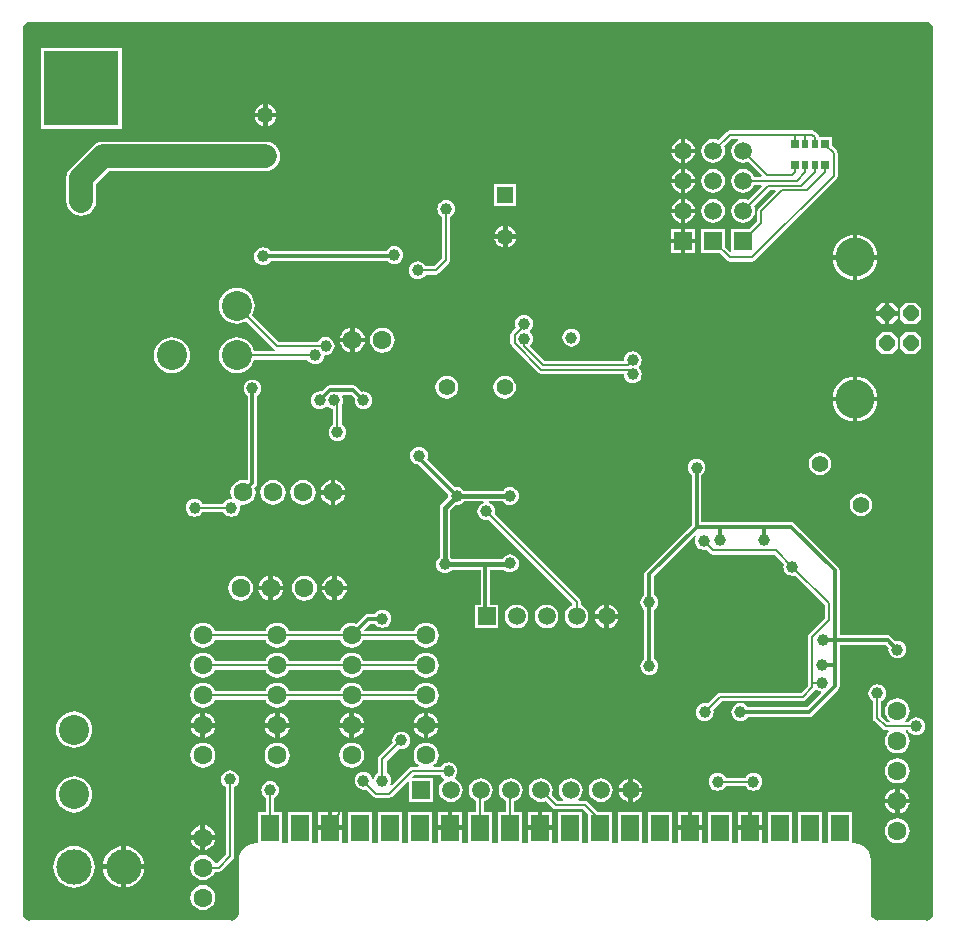
<source format=gbl>
G04 Layer_Physical_Order=2*
G04 Layer_Color=16711680*
%FSLAX44Y44*%
%MOMM*%
G71*
G01*
G75*
%ADD41R,0.7000X0.7000*%
%ADD42R,0.5000X0.7000*%
%ADD43R,1.5000X2.2500*%
%ADD44C,0.2000*%
%ADD45C,0.4000*%
%ADD46C,0.3000*%
%ADD49C,2.0000*%
%ADD50P,1.4147X8X112.5*%
%ADD51C,3.2998*%
%ADD52C,1.4000*%
%ADD53C,1.5000*%
%ADD54R,1.5000X1.5000*%
%ADD55C,1.6000*%
%ADD56R,1.3500X1.3500*%
%ADD57C,1.3500*%
%ADD58C,6.3500*%
%ADD59R,6.3500X6.3500*%
%ADD60R,1.5000X1.5000*%
%ADD61C,2.5400*%
%ADD62C,3.0000*%
%ADD63C,1.0000*%
%ADD64C,1.2700*%
G36*
X1467737Y1855813D02*
X1469845Y1854405D01*
X1471253Y1852297D01*
X1471715Y1849977D01*
X1471681Y1849810D01*
Y1101810D01*
X1471715Y1101643D01*
X1471253Y1099323D01*
X1469845Y1097215D01*
X1467737Y1095807D01*
X1465417Y1095345D01*
X1465250Y1095379D01*
X1425250D01*
X1425083Y1095345D01*
X1422763Y1095807D01*
X1420655Y1097215D01*
X1419247Y1099323D01*
X1418785Y1101643D01*
X1418819Y1101810D01*
Y1146810D01*
X1418866D01*
X1418403Y1150334D01*
X1417042Y1153618D01*
X1414878Y1156438D01*
X1412058Y1158602D01*
X1408774Y1159962D01*
X1406960Y1160201D01*
X1406721Y1160361D01*
X1405250Y1160654D01*
X1402600D01*
Y1187578D01*
X1382600D01*
Y1160654D01*
X1377200D01*
Y1187578D01*
X1357200D01*
Y1160654D01*
X1351800D01*
Y1187578D01*
X1331800D01*
Y1160654D01*
X1326440D01*
Y1171828D01*
X1316400D01*
X1306360D01*
Y1160654D01*
X1301000D01*
Y1187578D01*
X1281000D01*
Y1160654D01*
X1275640D01*
Y1171828D01*
X1265600D01*
X1255560D01*
Y1160654D01*
X1250200D01*
Y1187578D01*
X1230200D01*
Y1160654D01*
X1224800D01*
Y1187578D01*
X1204800D01*
Y1160654D01*
X1199400D01*
Y1187578D01*
X1187529D01*
X1179473Y1195633D01*
X1178316Y1196407D01*
X1176950Y1196679D01*
X1171363D01*
X1170932Y1197949D01*
X1171882Y1198678D01*
X1173485Y1200767D01*
X1174493Y1203199D01*
X1174836Y1205810D01*
X1174493Y1208420D01*
X1173485Y1210853D01*
X1171882Y1212942D01*
X1169793Y1214545D01*
X1167361Y1215553D01*
X1164750Y1215896D01*
X1162140Y1215553D01*
X1159707Y1214545D01*
X1157618Y1212942D01*
X1156015Y1210853D01*
X1155007Y1208420D01*
X1154664Y1205810D01*
X1155007Y1203199D01*
X1156015Y1200767D01*
X1157618Y1198678D01*
X1158568Y1197949D01*
X1158137Y1196679D01*
X1153528D01*
X1148482Y1201725D01*
X1149093Y1203199D01*
X1149436Y1205810D01*
X1149093Y1208420D01*
X1148085Y1210853D01*
X1146482Y1212942D01*
X1144393Y1214545D01*
X1141961Y1215553D01*
X1139350Y1215896D01*
X1136740Y1215553D01*
X1134307Y1214545D01*
X1132218Y1212942D01*
X1130615Y1210853D01*
X1129607Y1208420D01*
X1129264Y1205810D01*
X1129607Y1203199D01*
X1130615Y1200767D01*
X1132218Y1198678D01*
X1134307Y1197075D01*
X1136740Y1196067D01*
X1139350Y1195724D01*
X1141961Y1196067D01*
X1143435Y1196678D01*
X1149527Y1190587D01*
X1150684Y1189813D01*
X1152050Y1189541D01*
X1175472D01*
X1179400Y1185613D01*
Y1160654D01*
X1174000D01*
Y1187578D01*
X1154000D01*
Y1160654D01*
X1148640D01*
Y1171828D01*
X1138600D01*
X1128560D01*
Y1160654D01*
X1123200D01*
Y1187578D01*
X1116769D01*
Y1196154D01*
X1118993Y1197075D01*
X1121082Y1198678D01*
X1122685Y1200767D01*
X1123693Y1203199D01*
X1124036Y1205810D01*
X1123693Y1208420D01*
X1122685Y1210853D01*
X1121082Y1212942D01*
X1118993Y1214545D01*
X1116561Y1215553D01*
X1113950Y1215896D01*
X1111339Y1215553D01*
X1108907Y1214545D01*
X1106818Y1212942D01*
X1105215Y1210853D01*
X1104207Y1208420D01*
X1103864Y1205810D01*
X1104207Y1203199D01*
X1105215Y1200767D01*
X1106818Y1198678D01*
X1108907Y1197075D01*
X1109631Y1196775D01*
Y1187578D01*
X1103200D01*
Y1160654D01*
X1097800D01*
Y1187578D01*
X1091369D01*
Y1196154D01*
X1093593Y1197075D01*
X1095682Y1198678D01*
X1097285Y1200767D01*
X1098293Y1203199D01*
X1098636Y1205810D01*
X1098293Y1208420D01*
X1097285Y1210853D01*
X1095682Y1212942D01*
X1093593Y1214545D01*
X1091161Y1215553D01*
X1088550Y1215896D01*
X1085939Y1215553D01*
X1083507Y1214545D01*
X1081418Y1212942D01*
X1079815Y1210853D01*
X1078807Y1208420D01*
X1078464Y1205810D01*
X1078807Y1203199D01*
X1079815Y1200767D01*
X1081418Y1198678D01*
X1083507Y1197075D01*
X1084231Y1196775D01*
Y1187578D01*
X1077800D01*
Y1160654D01*
X1072440D01*
Y1171828D01*
X1062400D01*
X1052360D01*
Y1160654D01*
X1047000D01*
Y1187578D01*
X1027000D01*
Y1160654D01*
X1021600D01*
Y1187578D01*
X1001600D01*
Y1160654D01*
X996200D01*
Y1187578D01*
X976200D01*
Y1160654D01*
X970840D01*
Y1171828D01*
X960800D01*
X950760D01*
Y1160654D01*
X945400D01*
Y1187578D01*
X925400D01*
Y1160654D01*
X920000D01*
Y1187578D01*
X913569D01*
Y1199066D01*
X914033Y1199258D01*
X915600Y1200461D01*
X916802Y1202027D01*
X917557Y1203852D01*
X917815Y1205810D01*
X917557Y1207768D01*
X916802Y1209592D01*
X915600Y1211159D01*
X914033Y1212361D01*
X912208Y1213117D01*
X910250Y1213374D01*
X908293Y1213117D01*
X906468Y1212361D01*
X904901Y1211159D01*
X903699Y1209592D01*
X902943Y1207768D01*
X902686Y1205810D01*
X902943Y1203852D01*
X903699Y1202027D01*
X904901Y1200461D01*
X906431Y1199287D01*
Y1187578D01*
X900000D01*
Y1160654D01*
X897250D01*
X895779Y1160361D01*
X895527Y1160193D01*
X893776Y1159962D01*
X890492Y1158602D01*
X887672Y1156438D01*
X885508Y1153618D01*
X884148Y1150334D01*
X883684Y1146810D01*
X883732D01*
Y1102063D01*
X883681Y1101810D01*
X883681D01*
X883509Y1100611D01*
X883253Y1099323D01*
X881845Y1097215D01*
X879737Y1095807D01*
X877417Y1095345D01*
X877250Y1095379D01*
X707250D01*
X707083Y1095345D01*
X704763Y1095807D01*
X702655Y1097215D01*
X701247Y1099323D01*
X700785Y1101643D01*
X700819Y1101810D01*
Y1849810D01*
X700785Y1849977D01*
X701247Y1852297D01*
X702655Y1854405D01*
X704763Y1855813D01*
X707083Y1856275D01*
X707250Y1856241D01*
X1465250D01*
X1465417Y1856275D01*
X1467737Y1855813D01*
D02*
G37*
%LPC*%
G36*
X908250Y1786417D02*
Y1779310D01*
X915357D01*
X915301Y1779735D01*
X914365Y1781995D01*
X912876Y1783936D01*
X910935Y1785425D01*
X908675Y1786361D01*
X908250Y1786417D01*
D02*
G37*
G36*
X904250D02*
X903825Y1786361D01*
X901565Y1785425D01*
X899624Y1783936D01*
X898135Y1781995D01*
X897199Y1779735D01*
X897143Y1779310D01*
X904250D01*
Y1786417D01*
D02*
G37*
G36*
X915357Y1775310D02*
X908250D01*
Y1768203D01*
X908675Y1768259D01*
X910935Y1769195D01*
X912876Y1770684D01*
X914365Y1772625D01*
X915301Y1774885D01*
X915357Y1775310D01*
D02*
G37*
G36*
X904250D02*
X897143D01*
X897199Y1774885D01*
X898135Y1772625D01*
X899624Y1770684D01*
X901565Y1769195D01*
X903825Y1768259D01*
X904250Y1768203D01*
Y1775310D01*
D02*
G37*
G36*
X784499Y1834060D02*
X715999D01*
Y1765560D01*
X784499D01*
Y1834060D01*
D02*
G37*
G36*
X1261850Y1756773D02*
Y1748910D01*
X1269713D01*
X1269632Y1749531D01*
X1268620Y1751973D01*
X1267011Y1754071D01*
X1264913Y1755680D01*
X1262471Y1756692D01*
X1261850Y1756773D01*
D02*
G37*
G36*
X1257850Y1756773D02*
X1257229Y1756692D01*
X1254787Y1755680D01*
X1252689Y1754071D01*
X1251080Y1751973D01*
X1250068Y1749531D01*
X1249987Y1748910D01*
X1257850D01*
Y1756773D01*
D02*
G37*
G36*
Y1744910D02*
X1249987D01*
X1250068Y1744289D01*
X1251080Y1741847D01*
X1252689Y1739749D01*
X1254787Y1738140D01*
X1257229Y1737128D01*
X1257850Y1737047D01*
Y1744910D01*
D02*
G37*
G36*
X1269713D02*
X1261850D01*
Y1737047D01*
X1262471Y1737128D01*
X1264913Y1738140D01*
X1267011Y1739749D01*
X1268620Y1741847D01*
X1269632Y1744289D01*
X1269713Y1744910D01*
D02*
G37*
G36*
X1369250Y1764379D02*
X1299150D01*
X1297784Y1764107D01*
X1296627Y1763333D01*
X1289335Y1756042D01*
X1287861Y1756653D01*
X1285250Y1756996D01*
X1282639Y1756653D01*
X1280207Y1755645D01*
X1278118Y1754042D01*
X1276515Y1751953D01*
X1275507Y1749521D01*
X1275164Y1746910D01*
X1275507Y1744299D01*
X1276515Y1741867D01*
X1278118Y1739778D01*
X1280207Y1738175D01*
X1282639Y1737167D01*
X1285250Y1736824D01*
X1287861Y1737167D01*
X1290293Y1738175D01*
X1292382Y1739778D01*
X1293985Y1741867D01*
X1294993Y1744299D01*
X1295336Y1746910D01*
X1294993Y1749521D01*
X1294382Y1750995D01*
X1300628Y1757241D01*
X1306142D01*
X1306395Y1755971D01*
X1305607Y1755645D01*
X1303518Y1754042D01*
X1301915Y1751953D01*
X1300907Y1749521D01*
X1300564Y1746910D01*
X1300907Y1744299D01*
X1301915Y1741867D01*
X1303518Y1739778D01*
X1305607Y1738175D01*
X1308040Y1737167D01*
X1310650Y1736824D01*
X1313260Y1737167D01*
X1314735Y1737778D01*
X1326261Y1726252D01*
X1325775Y1725079D01*
X1319996D01*
X1319385Y1726553D01*
X1317782Y1728642D01*
X1315693Y1730245D01*
X1313260Y1731253D01*
X1310650Y1731596D01*
X1308040Y1731253D01*
X1305607Y1730245D01*
X1303518Y1728642D01*
X1301915Y1726553D01*
X1300907Y1724120D01*
X1300564Y1721510D01*
X1300907Y1718900D01*
X1301915Y1716467D01*
X1303518Y1714378D01*
X1305607Y1712775D01*
X1308040Y1711767D01*
X1310650Y1711424D01*
X1313260Y1711767D01*
X1315693Y1712775D01*
X1317782Y1714378D01*
X1319385Y1716467D01*
X1319996Y1717941D01*
X1325775D01*
X1326261Y1716768D01*
X1314735Y1705242D01*
X1313260Y1705853D01*
X1310650Y1706196D01*
X1308040Y1705853D01*
X1305607Y1704845D01*
X1303518Y1703242D01*
X1301915Y1701153D01*
X1300907Y1698721D01*
X1300564Y1696110D01*
X1300907Y1693499D01*
X1301915Y1691067D01*
X1303518Y1688978D01*
X1305607Y1687375D01*
X1308040Y1686367D01*
X1310650Y1686024D01*
X1313260Y1686367D01*
X1315693Y1687375D01*
X1317782Y1688978D01*
X1319385Y1691067D01*
X1320393Y1693499D01*
X1320736Y1696110D01*
X1320393Y1698721D01*
X1319782Y1700195D01*
X1333528Y1713941D01*
X1337659D01*
X1338145Y1712768D01*
X1323710Y1698333D01*
X1322937Y1697176D01*
X1322665Y1695810D01*
Y1687772D01*
X1315603Y1680710D01*
X1300650D01*
Y1662153D01*
X1299380Y1661627D01*
X1295250Y1665757D01*
Y1680710D01*
X1275250D01*
Y1660710D01*
X1290203D01*
X1296627Y1654287D01*
X1297784Y1653513D01*
X1299150Y1653241D01*
X1318250D01*
X1319616Y1653513D01*
X1320773Y1654287D01*
X1389773Y1723287D01*
X1390547Y1724444D01*
X1390819Y1725810D01*
Y1744810D01*
X1390547Y1746176D01*
X1389773Y1747333D01*
X1386250Y1750857D01*
Y1758810D01*
X1374819D01*
X1374547Y1760176D01*
X1373773Y1761333D01*
X1371773Y1763333D01*
X1370616Y1764107D01*
X1369250Y1764379D01*
D02*
G37*
G36*
X1261850Y1731373D02*
Y1723510D01*
X1269713D01*
X1269632Y1724131D01*
X1268620Y1726573D01*
X1267011Y1728671D01*
X1264913Y1730280D01*
X1262471Y1731292D01*
X1261850Y1731373D01*
D02*
G37*
G36*
X1257850Y1731373D02*
X1257229Y1731292D01*
X1254787Y1730280D01*
X1252689Y1728671D01*
X1251080Y1726573D01*
X1250068Y1724131D01*
X1249987Y1723510D01*
X1257850D01*
Y1731373D01*
D02*
G37*
G36*
Y1719510D02*
X1249987D01*
X1250068Y1718889D01*
X1251080Y1716447D01*
X1252689Y1714349D01*
X1254787Y1712740D01*
X1257229Y1711729D01*
X1257850Y1711647D01*
Y1719510D01*
D02*
G37*
G36*
X1269713D02*
X1261850D01*
Y1711647D01*
X1262471Y1711729D01*
X1264913Y1712740D01*
X1267011Y1714349D01*
X1268620Y1716447D01*
X1269632Y1718889D01*
X1269713Y1719510D01*
D02*
G37*
G36*
X1285250Y1731596D02*
X1282639Y1731252D01*
X1280207Y1730245D01*
X1278118Y1728642D01*
X1276515Y1726553D01*
X1275507Y1724120D01*
X1275164Y1721510D01*
X1275507Y1718899D01*
X1276515Y1716467D01*
X1278118Y1714378D01*
X1280207Y1712775D01*
X1282639Y1711767D01*
X1285250Y1711424D01*
X1287861Y1711767D01*
X1290293Y1712775D01*
X1292382Y1714378D01*
X1293985Y1716467D01*
X1294993Y1718899D01*
X1295336Y1721510D01*
X1294993Y1724120D01*
X1293985Y1726553D01*
X1292382Y1728642D01*
X1290293Y1730245D01*
X1287861Y1731252D01*
X1285250Y1731596D01*
D02*
G37*
G36*
X1118500Y1718560D02*
X1100000D01*
Y1700060D01*
X1118500D01*
Y1718560D01*
D02*
G37*
G36*
X1261850Y1705973D02*
Y1698110D01*
X1269713D01*
X1269632Y1698731D01*
X1268620Y1701173D01*
X1267011Y1703271D01*
X1264913Y1704880D01*
X1262471Y1705892D01*
X1261850Y1705973D01*
D02*
G37*
G36*
X1257850Y1705973D02*
X1257229Y1705892D01*
X1254787Y1704880D01*
X1252689Y1703271D01*
X1251080Y1701173D01*
X1250068Y1698731D01*
X1249987Y1698110D01*
X1257850D01*
Y1705973D01*
D02*
G37*
G36*
X906250Y1754918D02*
X768750D01*
X765487Y1754488D01*
X762446Y1753229D01*
X759835Y1751225D01*
X741335Y1732725D01*
X739331Y1730114D01*
X738072Y1727073D01*
X737642Y1723810D01*
Y1704810D01*
X738072Y1701547D01*
X739331Y1698506D01*
X741335Y1695895D01*
X743946Y1693891D01*
X746987Y1692632D01*
X750250Y1692202D01*
X753513Y1692632D01*
X756554Y1693891D01*
X759165Y1695895D01*
X761169Y1698506D01*
X762428Y1701547D01*
X762858Y1704810D01*
Y1718588D01*
X773972Y1729702D01*
X906250D01*
X909513Y1730132D01*
X912554Y1731391D01*
X914729Y1733060D01*
X915500D01*
Y1733831D01*
X917169Y1736006D01*
X918428Y1739047D01*
X918858Y1742310D01*
X918428Y1745573D01*
X917169Y1748614D01*
X915500Y1750789D01*
Y1751560D01*
X914729D01*
X912554Y1753229D01*
X909513Y1754488D01*
X906250Y1754918D01*
D02*
G37*
G36*
X1257850Y1694110D02*
X1249987D01*
X1250068Y1693489D01*
X1251080Y1691047D01*
X1252689Y1688949D01*
X1254787Y1687340D01*
X1257229Y1686328D01*
X1257850Y1686247D01*
Y1694110D01*
D02*
G37*
G36*
X1269713D02*
X1261850D01*
Y1686247D01*
X1262471Y1686328D01*
X1264913Y1687340D01*
X1267011Y1688949D01*
X1268620Y1691047D01*
X1269632Y1693489D01*
X1269713Y1694110D01*
D02*
G37*
G36*
X1285250Y1706196D02*
X1282639Y1705853D01*
X1280207Y1704845D01*
X1278118Y1703242D01*
X1276515Y1701153D01*
X1275507Y1698721D01*
X1275164Y1696110D01*
X1275507Y1693499D01*
X1276515Y1691067D01*
X1278118Y1688978D01*
X1280207Y1687375D01*
X1282639Y1686367D01*
X1285250Y1686024D01*
X1287861Y1686367D01*
X1290293Y1687375D01*
X1292382Y1688978D01*
X1293985Y1691067D01*
X1294993Y1693499D01*
X1295336Y1696110D01*
X1294993Y1698721D01*
X1293985Y1701153D01*
X1292382Y1703242D01*
X1290293Y1704845D01*
X1287861Y1705853D01*
X1285250Y1706196D01*
D02*
G37*
G36*
X1111250Y1683417D02*
Y1676310D01*
X1118357D01*
X1118301Y1676735D01*
X1117365Y1678995D01*
X1115876Y1680936D01*
X1113935Y1682425D01*
X1111675Y1683361D01*
X1111250Y1683417D01*
D02*
G37*
G36*
X1107250Y1683417D02*
X1106825Y1683361D01*
X1104565Y1682425D01*
X1102624Y1680936D01*
X1101135Y1678995D01*
X1100199Y1676735D01*
X1100143Y1676310D01*
X1107250D01*
Y1683417D01*
D02*
G37*
G36*
X1269890Y1680750D02*
X1261850D01*
Y1672710D01*
X1269890D01*
Y1680750D01*
D02*
G37*
G36*
X1257850D02*
X1249810D01*
Y1672710D01*
X1257850D01*
Y1680750D01*
D02*
G37*
G36*
X1107250Y1672310D02*
X1100143D01*
X1100199Y1671885D01*
X1101135Y1669625D01*
X1102624Y1667684D01*
X1104565Y1666195D01*
X1106825Y1665259D01*
X1107250Y1665203D01*
Y1672310D01*
D02*
G37*
G36*
X1118357D02*
X1111250D01*
Y1665203D01*
X1111675Y1665259D01*
X1113935Y1666195D01*
X1115876Y1667684D01*
X1117365Y1669625D01*
X1118301Y1671885D01*
X1118357Y1672310D01*
D02*
G37*
G36*
X1015250Y1666375D02*
X1013292Y1666117D01*
X1011468Y1665361D01*
X1009901Y1664159D01*
X1008699Y1662592D01*
X1008407Y1661888D01*
X910574D01*
X909599Y1663159D01*
X908032Y1664361D01*
X906208Y1665117D01*
X904250Y1665375D01*
X902292Y1665117D01*
X900468Y1664361D01*
X898901Y1663159D01*
X897699Y1661592D01*
X896943Y1659768D01*
X896685Y1657810D01*
X896943Y1655852D01*
X897699Y1654028D01*
X898901Y1652461D01*
X900468Y1651259D01*
X902292Y1650503D01*
X904250Y1650245D01*
X906208Y1650503D01*
X908032Y1651259D01*
X909599Y1652461D01*
X910574Y1653732D01*
X1009693D01*
X1009901Y1653461D01*
X1011468Y1652259D01*
X1013292Y1651503D01*
X1015250Y1651245D01*
X1017208Y1651503D01*
X1019032Y1652259D01*
X1020599Y1653461D01*
X1021801Y1655028D01*
X1022557Y1656852D01*
X1022815Y1658810D01*
X1022557Y1660768D01*
X1021801Y1662592D01*
X1020599Y1664159D01*
X1019032Y1665361D01*
X1017208Y1666117D01*
X1015250Y1666375D01*
D02*
G37*
G36*
X1269890Y1668710D02*
X1261850D01*
Y1660670D01*
X1269890D01*
Y1668710D01*
D02*
G37*
G36*
X1257850D02*
X1249810D01*
Y1660670D01*
X1257850D01*
Y1668710D01*
D02*
G37*
G36*
X1407450Y1675744D02*
Y1658810D01*
X1424384D01*
X1424213Y1660542D01*
X1423125Y1664131D01*
X1421357Y1667439D01*
X1418978Y1670338D01*
X1416078Y1672717D01*
X1412771Y1674485D01*
X1409182Y1675574D01*
X1407450Y1675744D01*
D02*
G37*
G36*
X1403450Y1675744D02*
X1401717Y1675574D01*
X1398128Y1674485D01*
X1394821Y1672717D01*
X1391922Y1670338D01*
X1389543Y1667439D01*
X1387775Y1664131D01*
X1386686Y1660542D01*
X1386515Y1658810D01*
X1403450D01*
Y1675744D01*
D02*
G37*
G36*
X1059250Y1705375D02*
X1057292Y1705117D01*
X1055468Y1704361D01*
X1053901Y1703159D01*
X1052699Y1701592D01*
X1051943Y1699768D01*
X1051685Y1697810D01*
X1051943Y1695852D01*
X1052699Y1694028D01*
X1053901Y1692461D01*
X1055468Y1691259D01*
X1055681Y1691170D01*
Y1656288D01*
X1048772Y1649379D01*
X1041890D01*
X1041801Y1649592D01*
X1040599Y1651159D01*
X1039032Y1652361D01*
X1037208Y1653117D01*
X1035250Y1653375D01*
X1033292Y1653117D01*
X1031468Y1652361D01*
X1029901Y1651159D01*
X1028699Y1649592D01*
X1027943Y1647768D01*
X1027685Y1645810D01*
X1027943Y1643852D01*
X1028699Y1642028D01*
X1029901Y1640461D01*
X1031468Y1639259D01*
X1033292Y1638503D01*
X1035250Y1638245D01*
X1037208Y1638503D01*
X1039032Y1639259D01*
X1040599Y1640461D01*
X1041801Y1642028D01*
X1041890Y1642241D01*
X1050250D01*
X1051616Y1642513D01*
X1052773Y1643287D01*
X1061773Y1652287D01*
X1062547Y1653444D01*
X1062819Y1654810D01*
Y1691170D01*
X1063032Y1691259D01*
X1064599Y1692461D01*
X1065801Y1694028D01*
X1066557Y1695852D01*
X1066815Y1697810D01*
X1066557Y1699768D01*
X1065801Y1701592D01*
X1064599Y1703159D01*
X1063032Y1704361D01*
X1061208Y1705117D01*
X1059250Y1705375D01*
D02*
G37*
G36*
X1424384Y1654810D02*
X1407450D01*
Y1637876D01*
X1409182Y1638046D01*
X1412771Y1639135D01*
X1416078Y1640903D01*
X1418978Y1643282D01*
X1421357Y1646181D01*
X1423125Y1649489D01*
X1424213Y1653078D01*
X1424384Y1654810D01*
D02*
G37*
G36*
X1403450D02*
X1386515D01*
X1386686Y1653078D01*
X1387775Y1649489D01*
X1389543Y1646181D01*
X1391922Y1643282D01*
X1394821Y1640903D01*
X1398128Y1639135D01*
X1401717Y1638046D01*
X1403450Y1637876D01*
Y1654810D01*
D02*
G37*
G36*
X1437086Y1618384D02*
X1434549D01*
Y1611309D01*
X1441624D01*
Y1613847D01*
X1437086Y1618384D01*
D02*
G37*
G36*
X1430549D02*
X1428011D01*
X1423474Y1613847D01*
Y1611309D01*
X1430549D01*
Y1618384D01*
D02*
G37*
G36*
X1457066Y1618344D02*
X1448031D01*
X1443514Y1613827D01*
Y1604792D01*
X1448031Y1600274D01*
X1457066D01*
X1461584Y1604792D01*
Y1613827D01*
X1457066Y1618344D01*
D02*
G37*
G36*
X1441624Y1607309D02*
X1434549D01*
Y1600234D01*
X1437086D01*
X1441624Y1604772D01*
Y1607309D01*
D02*
G37*
G36*
X1430549D02*
X1423474D01*
Y1604772D01*
X1428011Y1600234D01*
X1430549D01*
Y1607309D01*
D02*
G37*
G36*
X981850Y1597178D02*
Y1588810D01*
X990218D01*
X990119Y1589561D01*
X989057Y1592125D01*
X987367Y1594327D01*
X985165Y1596017D01*
X982601Y1597079D01*
X981850Y1597178D01*
D02*
G37*
G36*
X977850D02*
X977098Y1597079D01*
X974535Y1596017D01*
X972333Y1594327D01*
X970643Y1592125D01*
X969581Y1589561D01*
X969482Y1588810D01*
X977850D01*
Y1597178D01*
D02*
G37*
G36*
X1165250Y1596375D02*
X1163292Y1596117D01*
X1161468Y1595361D01*
X1159901Y1594159D01*
X1158699Y1592592D01*
X1157943Y1590768D01*
X1157685Y1588810D01*
X1157943Y1586852D01*
X1158699Y1585028D01*
X1159901Y1583461D01*
X1161468Y1582259D01*
X1163292Y1581503D01*
X1165250Y1581246D01*
X1167208Y1581503D01*
X1169032Y1582259D01*
X1170599Y1583461D01*
X1171801Y1585028D01*
X1172557Y1586852D01*
X1172815Y1588810D01*
X1172557Y1590768D01*
X1171801Y1592592D01*
X1170599Y1594159D01*
X1169032Y1595361D01*
X1167208Y1596117D01*
X1165250Y1596375D01*
D02*
G37*
G36*
X882000Y1631084D02*
X879020Y1630790D01*
X876155Y1629921D01*
X873514Y1628510D01*
X871200Y1626610D01*
X869301Y1624296D01*
X867889Y1621655D01*
X867020Y1618790D01*
X866726Y1615810D01*
X867020Y1612830D01*
X867889Y1609965D01*
X869301Y1607325D01*
X871200Y1605010D01*
X873514Y1603111D01*
X876155Y1601699D01*
X879020Y1600830D01*
X882000Y1600536D01*
X884980Y1600830D01*
X887845Y1601699D01*
X889943Y1602820D01*
X913477Y1579287D01*
X914433Y1578648D01*
X914360Y1577758D01*
X914222Y1577378D01*
X896802D01*
X896111Y1579655D01*
X894699Y1582296D01*
X892800Y1584610D01*
X890486Y1586510D01*
X887845Y1587921D01*
X884980Y1588790D01*
X882000Y1589084D01*
X879020Y1588790D01*
X876155Y1587921D01*
X873514Y1586510D01*
X871200Y1584610D01*
X869301Y1582296D01*
X867889Y1579655D01*
X867020Y1576790D01*
X866726Y1573810D01*
X867020Y1570830D01*
X867889Y1567965D01*
X869301Y1565325D01*
X871200Y1563010D01*
X873514Y1561111D01*
X876155Y1559699D01*
X879020Y1558830D01*
X882000Y1558536D01*
X884980Y1558830D01*
X887845Y1559699D01*
X890486Y1561111D01*
X892800Y1563010D01*
X894699Y1565325D01*
X896111Y1567965D01*
X896801Y1570240D01*
X941611D01*
X941699Y1570027D01*
X942901Y1568460D01*
X944468Y1567258D01*
X946292Y1566502D01*
X948250Y1566244D01*
X950208Y1566502D01*
X952033Y1567258D01*
X953599Y1568460D01*
X954802Y1570027D01*
X955557Y1571851D01*
X955730Y1573164D01*
X956901Y1574291D01*
X957250Y1574245D01*
X959208Y1574503D01*
X961032Y1575259D01*
X962599Y1576461D01*
X963801Y1578028D01*
X964557Y1579852D01*
X964815Y1581810D01*
X964557Y1583768D01*
X963801Y1585592D01*
X962599Y1587159D01*
X961032Y1588361D01*
X959208Y1589117D01*
X957250Y1589375D01*
X955292Y1589117D01*
X953468Y1588361D01*
X951901Y1587159D01*
X950699Y1585592D01*
X950610Y1585379D01*
X917478D01*
X894989Y1607867D01*
X896111Y1609965D01*
X896980Y1612830D01*
X897273Y1615810D01*
X896980Y1618790D01*
X896111Y1621655D01*
X894699Y1624296D01*
X892800Y1626610D01*
X890486Y1628510D01*
X887845Y1629921D01*
X884980Y1630790D01*
X882000Y1631084D01*
D02*
G37*
G36*
X977850Y1584810D02*
X969482D01*
X969581Y1584059D01*
X970643Y1581494D01*
X972333Y1579293D01*
X974535Y1577603D01*
X977098Y1576541D01*
X977850Y1576442D01*
Y1584810D01*
D02*
G37*
G36*
X990218D02*
X981850D01*
Y1576442D01*
X982601Y1576541D01*
X985165Y1577603D01*
X987367Y1579293D01*
X989057Y1581494D01*
X990119Y1584059D01*
X990218Y1584810D01*
D02*
G37*
G36*
X1005250Y1597401D02*
X1002509Y1597040D01*
X999955Y1595982D01*
X997761Y1594299D01*
X996078Y1592105D01*
X995020Y1589551D01*
X994659Y1586810D01*
X995020Y1584069D01*
X996078Y1581515D01*
X997761Y1579321D01*
X999955Y1577638D01*
X1002509Y1576580D01*
X1005250Y1576219D01*
X1007991Y1576580D01*
X1010545Y1577638D01*
X1012739Y1579321D01*
X1014422Y1581515D01*
X1015480Y1584069D01*
X1015841Y1586810D01*
X1015480Y1589551D01*
X1014422Y1592105D01*
X1012739Y1594299D01*
X1010545Y1595982D01*
X1007991Y1597040D01*
X1005250Y1597401D01*
D02*
G37*
G36*
X1457066Y1593346D02*
X1448031D01*
X1443514Y1588828D01*
Y1579793D01*
X1448031Y1575276D01*
X1457066D01*
X1461584Y1579793D01*
Y1588828D01*
X1457066Y1593346D01*
D02*
G37*
G36*
X1437066D02*
X1428031D01*
X1423514Y1588828D01*
Y1579793D01*
X1428031Y1575276D01*
X1437066D01*
X1441584Y1579793D01*
Y1588828D01*
X1437066Y1593346D01*
D02*
G37*
G36*
X827000Y1589084D02*
X824020Y1588790D01*
X821155Y1587921D01*
X818514Y1586510D01*
X816200Y1584610D01*
X814301Y1582296D01*
X812889Y1579655D01*
X812020Y1576790D01*
X811726Y1573810D01*
X812020Y1570830D01*
X812889Y1567965D01*
X814301Y1565325D01*
X816200Y1563010D01*
X818514Y1561111D01*
X821155Y1559699D01*
X824020Y1558830D01*
X827000Y1558536D01*
X829980Y1558830D01*
X832845Y1559699D01*
X835486Y1561111D01*
X837800Y1563010D01*
X839699Y1565325D01*
X841111Y1567965D01*
X841980Y1570830D01*
X842273Y1573810D01*
X841980Y1576790D01*
X841111Y1579655D01*
X839699Y1582296D01*
X837800Y1584610D01*
X835486Y1586510D01*
X832845Y1587921D01*
X829980Y1588790D01*
X827000Y1589084D01*
D02*
G37*
G36*
X1125250Y1608374D02*
X1123292Y1608116D01*
X1121468Y1607360D01*
X1119901Y1606158D01*
X1118699Y1604591D01*
X1117943Y1602767D01*
X1117685Y1600809D01*
X1117943Y1598851D01*
X1118526Y1597445D01*
X1114727Y1593646D01*
X1113953Y1592488D01*
X1113681Y1591123D01*
Y1584495D01*
X1113953Y1583130D01*
X1114727Y1581972D01*
X1137412Y1559287D01*
X1138570Y1558513D01*
X1139935Y1558241D01*
X1209306D01*
X1209685Y1557809D01*
X1209943Y1555851D01*
X1210699Y1554027D01*
X1211901Y1552460D01*
X1213467Y1551258D01*
X1215292Y1550502D01*
X1217250Y1550244D01*
X1219208Y1550502D01*
X1221032Y1551258D01*
X1222599Y1552460D01*
X1223801Y1554027D01*
X1224557Y1555851D01*
X1224815Y1557809D01*
X1224557Y1559767D01*
X1223801Y1561591D01*
X1222599Y1563158D01*
X1222578Y1563174D01*
Y1563950D01*
X1222743Y1564648D01*
X1223801Y1566028D01*
X1224557Y1567852D01*
X1224815Y1569810D01*
X1224557Y1571768D01*
X1223801Y1573592D01*
X1222599Y1575159D01*
X1221032Y1576361D01*
X1219208Y1577117D01*
X1217250Y1577375D01*
X1215292Y1577117D01*
X1213468Y1576361D01*
X1211901Y1575159D01*
X1210699Y1573592D01*
X1209943Y1571768D01*
X1209685Y1569810D01*
X1209307Y1569379D01*
X1143070D01*
X1130562Y1581887D01*
X1130599Y1582460D01*
X1131801Y1584027D01*
X1132557Y1585851D01*
X1132815Y1587809D01*
X1132557Y1589767D01*
X1131801Y1591591D01*
X1130599Y1593158D01*
X1129927Y1593674D01*
Y1594944D01*
X1130599Y1595460D01*
X1131801Y1597027D01*
X1132557Y1598851D01*
X1132815Y1600809D01*
X1132557Y1602767D01*
X1131801Y1604591D01*
X1130599Y1606158D01*
X1129032Y1607360D01*
X1127208Y1608116D01*
X1125250Y1608374D01*
D02*
G37*
G36*
X980750Y1548387D02*
X980750Y1548387D01*
X960749D01*
X960749Y1548387D01*
X959188Y1548077D01*
X957865Y1547193D01*
X953838Y1543166D01*
X952250Y1543375D01*
X950292Y1543117D01*
X948468Y1542361D01*
X946901Y1541159D01*
X945699Y1539592D01*
X944943Y1537768D01*
X944685Y1535810D01*
X944943Y1533852D01*
X945699Y1532028D01*
X946901Y1530461D01*
X948468Y1529259D01*
X950292Y1528503D01*
X952250Y1528245D01*
X954208Y1528503D01*
X956032Y1529259D01*
X957599Y1530461D01*
X957625Y1530494D01*
X958895D01*
X958921Y1530460D01*
X960488Y1529258D01*
X962312Y1528502D01*
X963682Y1528322D01*
Y1515449D01*
X963468Y1515360D01*
X961901Y1514158D01*
X960699Y1512592D01*
X959943Y1510767D01*
X959686Y1508809D01*
X959943Y1506851D01*
X960699Y1505027D01*
X961901Y1503460D01*
X963468Y1502258D01*
X965293Y1501502D01*
X967250Y1501244D01*
X969208Y1501502D01*
X971033Y1502258D01*
X972599Y1503460D01*
X973802Y1505027D01*
X974557Y1506851D01*
X974815Y1508809D01*
X974557Y1510767D01*
X973802Y1512592D01*
X972599Y1514158D01*
X971033Y1515360D01*
X970819Y1515449D01*
Y1532024D01*
X970821Y1532027D01*
X971577Y1533851D01*
X971835Y1535809D01*
X971577Y1537767D01*
X971082Y1538961D01*
X971841Y1540231D01*
X979061D01*
X981895Y1537397D01*
X981686Y1535809D01*
X981943Y1533851D01*
X982699Y1532027D01*
X983901Y1530460D01*
X985468Y1529258D01*
X987292Y1528502D01*
X989250Y1528244D01*
X991208Y1528502D01*
X993033Y1529258D01*
X994599Y1530460D01*
X995801Y1532027D01*
X996557Y1533851D01*
X996815Y1535809D01*
X996557Y1537767D01*
X995801Y1539591D01*
X994599Y1541158D01*
X993033Y1542360D01*
X991208Y1543116D01*
X989250Y1543374D01*
X987662Y1543165D01*
X983634Y1547193D01*
X982311Y1548077D01*
X982052Y1548129D01*
X980750Y1548387D01*
D02*
G37*
G36*
X1407450Y1555744D02*
Y1538810D01*
X1424384D01*
X1424213Y1540542D01*
X1423125Y1544131D01*
X1421357Y1547439D01*
X1418978Y1550338D01*
X1416078Y1552717D01*
X1412771Y1554485D01*
X1409182Y1555574D01*
X1407450Y1555744D01*
D02*
G37*
G36*
X1403450Y1555744D02*
X1401717Y1555574D01*
X1398128Y1554485D01*
X1394821Y1552717D01*
X1391922Y1550338D01*
X1389543Y1547439D01*
X1387775Y1544131D01*
X1386686Y1540542D01*
X1386515Y1538810D01*
X1403450D01*
Y1555744D01*
D02*
G37*
G36*
X1108749Y1556393D02*
X1106269Y1556066D01*
X1103958Y1555109D01*
X1101974Y1553586D01*
X1100451Y1551602D01*
X1099494Y1549291D01*
X1099167Y1546811D01*
X1099494Y1544331D01*
X1100451Y1542020D01*
X1101974Y1540035D01*
X1103958Y1538512D01*
X1106269Y1537555D01*
X1108749Y1537229D01*
X1111229Y1537555D01*
X1113540Y1538512D01*
X1115525Y1540035D01*
X1117047Y1542020D01*
X1118005Y1544331D01*
X1118331Y1546811D01*
X1118005Y1549291D01*
X1117047Y1551602D01*
X1115525Y1553586D01*
X1113540Y1555109D01*
X1111229Y1556066D01*
X1108749Y1556393D01*
D02*
G37*
G36*
X1059749D02*
X1057269Y1556066D01*
X1054958Y1555109D01*
X1052974Y1553586D01*
X1051451Y1551602D01*
X1050494Y1549291D01*
X1050167Y1546811D01*
X1050494Y1544331D01*
X1051451Y1542020D01*
X1052974Y1540035D01*
X1054958Y1538512D01*
X1057269Y1537555D01*
X1059749Y1537229D01*
X1062229Y1537555D01*
X1064540Y1538512D01*
X1066525Y1540035D01*
X1068047Y1542020D01*
X1069005Y1544331D01*
X1069331Y1546811D01*
X1069005Y1549291D01*
X1068047Y1551602D01*
X1066525Y1553586D01*
X1064540Y1555109D01*
X1062229Y1556066D01*
X1059749Y1556393D01*
D02*
G37*
G36*
X1424384Y1534810D02*
X1407450D01*
Y1517876D01*
X1409182Y1518046D01*
X1412771Y1519135D01*
X1416078Y1520903D01*
X1418978Y1523282D01*
X1421357Y1526181D01*
X1423125Y1529489D01*
X1424213Y1533078D01*
X1424384Y1534810D01*
D02*
G37*
G36*
X1403450D02*
X1386515D01*
X1386686Y1533078D01*
X1387775Y1529489D01*
X1389543Y1526181D01*
X1391922Y1523282D01*
X1394821Y1520903D01*
X1398128Y1519135D01*
X1401717Y1518046D01*
X1403450Y1517876D01*
Y1534810D01*
D02*
G37*
G36*
X1375926Y1491711D02*
X1373446Y1491385D01*
X1371135Y1490428D01*
X1369151Y1488905D01*
X1367628Y1486920D01*
X1366671Y1484609D01*
X1366344Y1482129D01*
X1366671Y1479649D01*
X1367628Y1477338D01*
X1369151Y1475354D01*
X1371135Y1473831D01*
X1373446Y1472874D01*
X1375926Y1472547D01*
X1378406Y1472874D01*
X1380717Y1473831D01*
X1382701Y1475354D01*
X1384224Y1477338D01*
X1385181Y1479649D01*
X1385508Y1482129D01*
X1385181Y1484609D01*
X1384224Y1486920D01*
X1382701Y1488905D01*
X1380717Y1490428D01*
X1378406Y1491385D01*
X1375926Y1491711D01*
D02*
G37*
G36*
X895250Y1553375D02*
X893292Y1553117D01*
X891468Y1552361D01*
X889901Y1551159D01*
X888699Y1549592D01*
X887943Y1547768D01*
X887685Y1545810D01*
X887943Y1543852D01*
X888699Y1542028D01*
X889901Y1540461D01*
X891172Y1539486D01*
Y1468694D01*
X890259Y1468084D01*
X889902Y1468051D01*
X887250Y1468401D01*
X884509Y1468040D01*
X881955Y1466982D01*
X879761Y1465299D01*
X878078Y1463105D01*
X877020Y1460551D01*
X876659Y1457810D01*
X877020Y1455069D01*
X877626Y1453606D01*
X877523Y1453269D01*
X876787Y1452314D01*
X875292Y1452117D01*
X873468Y1451361D01*
X871901Y1450159D01*
X870699Y1448592D01*
X870610Y1448379D01*
X852890D01*
X852801Y1448592D01*
X851599Y1450159D01*
X850032Y1451361D01*
X848208Y1452117D01*
X846250Y1452375D01*
X844292Y1452117D01*
X842468Y1451361D01*
X840901Y1450159D01*
X839699Y1448592D01*
X838943Y1446768D01*
X838685Y1444810D01*
X838943Y1442852D01*
X839699Y1441028D01*
X840901Y1439461D01*
X842468Y1438259D01*
X844292Y1437503D01*
X846250Y1437245D01*
X848208Y1437503D01*
X850032Y1438259D01*
X851599Y1439461D01*
X852801Y1441028D01*
X852890Y1441241D01*
X870610D01*
X870699Y1441028D01*
X871901Y1439461D01*
X873468Y1438259D01*
X875292Y1437503D01*
X877250Y1437245D01*
X879208Y1437503D01*
X881032Y1438259D01*
X882599Y1439461D01*
X883801Y1441028D01*
X884557Y1442852D01*
X884815Y1444810D01*
X884621Y1446285D01*
X885374Y1447258D01*
X885658Y1447429D01*
X887250Y1447219D01*
X889991Y1447580D01*
X892545Y1448638D01*
X894739Y1450321D01*
X896422Y1452515D01*
X897480Y1455069D01*
X897841Y1457810D01*
X897480Y1460551D01*
X896976Y1461768D01*
X898134Y1462926D01*
X899018Y1464249D01*
X899328Y1465810D01*
Y1539486D01*
X900599Y1540461D01*
X901801Y1542028D01*
X902557Y1543852D01*
X902815Y1545810D01*
X902557Y1547768D01*
X901801Y1549592D01*
X900599Y1551159D01*
X899032Y1552361D01*
X897208Y1553117D01*
X895250Y1553375D01*
D02*
G37*
G36*
X965450Y1468178D02*
Y1459810D01*
X973818D01*
X973719Y1460562D01*
X972657Y1463125D01*
X970967Y1465327D01*
X968765Y1467017D01*
X966201Y1468079D01*
X965450Y1468178D01*
D02*
G37*
G36*
X961450D02*
X960698Y1468079D01*
X958135Y1467017D01*
X955933Y1465327D01*
X954243Y1463125D01*
X953181Y1460562D01*
X953082Y1459810D01*
X961450D01*
Y1468178D01*
D02*
G37*
G36*
X973818Y1455810D02*
X965450D01*
Y1447442D01*
X966201Y1447541D01*
X968765Y1448603D01*
X970967Y1450293D01*
X972657Y1452495D01*
X973719Y1455058D01*
X973818Y1455810D01*
D02*
G37*
G36*
X961450D02*
X953082D01*
X953181Y1455058D01*
X954243Y1452495D01*
X955933Y1450293D01*
X958135Y1448603D01*
X960698Y1447541D01*
X961450Y1447442D01*
Y1455810D01*
D02*
G37*
G36*
X1036250Y1496374D02*
X1034292Y1496116D01*
X1032468Y1495360D01*
X1030901Y1494158D01*
X1029699Y1492592D01*
X1028943Y1490767D01*
X1028686Y1488809D01*
X1028943Y1486851D01*
X1029699Y1485027D01*
X1030901Y1483460D01*
X1032468Y1482258D01*
X1034292Y1481502D01*
X1036017Y1481275D01*
X1060894Y1456398D01*
X1060685Y1454810D01*
X1060810Y1453859D01*
X1055006Y1448055D01*
X1054011Y1446566D01*
X1053662Y1444810D01*
Y1402742D01*
X1052901Y1402158D01*
X1051699Y1400592D01*
X1050943Y1398767D01*
X1050686Y1396809D01*
X1050943Y1394852D01*
X1051699Y1393027D01*
X1052901Y1391460D01*
X1054468Y1390258D01*
X1056292Y1389502D01*
X1058250Y1389245D01*
X1060208Y1389502D01*
X1062032Y1390258D01*
X1063599Y1391460D01*
X1064183Y1392221D01*
X1088372D01*
Y1362810D01*
X1083450D01*
Y1342810D01*
X1103450D01*
Y1362810D01*
X1096528D01*
Y1392221D01*
X1108213D01*
X1109468Y1391259D01*
X1111292Y1390503D01*
X1113250Y1390245D01*
X1115208Y1390503D01*
X1117032Y1391259D01*
X1118599Y1392461D01*
X1119801Y1394028D01*
X1120557Y1395852D01*
X1120815Y1397810D01*
X1120557Y1399768D01*
X1119801Y1401592D01*
X1118599Y1403159D01*
X1117032Y1404361D01*
X1115208Y1405117D01*
X1113250Y1405375D01*
X1111292Y1405117D01*
X1109468Y1404361D01*
X1107901Y1403159D01*
X1106699Y1401592D01*
X1106618Y1401398D01*
X1064183D01*
X1063599Y1402158D01*
X1062838Y1402742D01*
Y1442910D01*
X1067299Y1447370D01*
X1068250Y1447245D01*
X1070208Y1447503D01*
X1072032Y1448259D01*
X1073599Y1449461D01*
X1074183Y1450222D01*
X1090642D01*
X1090895Y1448952D01*
X1089468Y1448361D01*
X1087901Y1447158D01*
X1086699Y1445592D01*
X1085943Y1443767D01*
X1085685Y1441809D01*
X1085943Y1439852D01*
X1086699Y1438027D01*
X1087901Y1436460D01*
X1089468Y1435258D01*
X1091292Y1434502D01*
X1093250Y1434245D01*
X1095208Y1434502D01*
X1095422Y1434591D01*
X1166081Y1363931D01*
Y1362156D01*
X1164607Y1361545D01*
X1162518Y1359942D01*
X1160915Y1357853D01*
X1159907Y1355421D01*
X1159564Y1352810D01*
X1159907Y1350199D01*
X1160915Y1347767D01*
X1162518Y1345678D01*
X1164607Y1344075D01*
X1167039Y1343067D01*
X1169650Y1342724D01*
X1172261Y1343067D01*
X1174693Y1344075D01*
X1176782Y1345678D01*
X1178385Y1347767D01*
X1179393Y1350199D01*
X1179736Y1352810D01*
X1179393Y1355421D01*
X1178385Y1357853D01*
X1176782Y1359942D01*
X1174693Y1361545D01*
X1173219Y1362156D01*
Y1365409D01*
X1172947Y1366775D01*
X1172173Y1367933D01*
X1100468Y1439638D01*
X1100557Y1439852D01*
X1100815Y1441809D01*
X1100557Y1443767D01*
X1099801Y1445592D01*
X1098599Y1447158D01*
X1097032Y1448361D01*
X1095605Y1448952D01*
X1095858Y1450222D01*
X1107317D01*
X1107901Y1449461D01*
X1109468Y1448259D01*
X1111292Y1447503D01*
X1113250Y1447245D01*
X1115208Y1447503D01*
X1117032Y1448259D01*
X1118599Y1449461D01*
X1119801Y1451028D01*
X1120557Y1452852D01*
X1120815Y1454810D01*
X1120557Y1456768D01*
X1119801Y1458592D01*
X1118599Y1460159D01*
X1117032Y1461361D01*
X1115208Y1462117D01*
X1113250Y1462375D01*
X1111292Y1462117D01*
X1109468Y1461361D01*
X1107901Y1460159D01*
X1107317Y1459398D01*
X1074183D01*
X1073599Y1460159D01*
X1072032Y1461361D01*
X1070208Y1462117D01*
X1068250Y1462375D01*
X1066662Y1462166D01*
X1043094Y1485733D01*
X1043557Y1486851D01*
X1043815Y1488809D01*
X1043557Y1490767D01*
X1042801Y1492592D01*
X1041599Y1494158D01*
X1040033Y1495360D01*
X1038208Y1496116D01*
X1036250Y1496374D01*
D02*
G37*
G36*
X938050Y1468401D02*
X935309Y1468040D01*
X932755Y1466982D01*
X930561Y1465299D01*
X928878Y1463105D01*
X927820Y1460551D01*
X927459Y1457810D01*
X927820Y1455069D01*
X928878Y1452515D01*
X930561Y1450321D01*
X932755Y1448638D01*
X935309Y1447580D01*
X938050Y1447219D01*
X940791Y1447580D01*
X943345Y1448638D01*
X945539Y1450321D01*
X947222Y1452515D01*
X948280Y1455069D01*
X948641Y1457810D01*
X948280Y1460551D01*
X947222Y1463105D01*
X945539Y1465299D01*
X943345Y1466982D01*
X940791Y1468040D01*
X938050Y1468401D01*
D02*
G37*
G36*
X912650D02*
X909909Y1468040D01*
X907355Y1466982D01*
X905161Y1465299D01*
X903478Y1463105D01*
X902420Y1460551D01*
X902059Y1457810D01*
X902420Y1455069D01*
X903478Y1452515D01*
X905161Y1450321D01*
X907355Y1448638D01*
X909909Y1447580D01*
X912650Y1447219D01*
X915391Y1447580D01*
X917945Y1448638D01*
X920139Y1450321D01*
X921822Y1452515D01*
X922880Y1455069D01*
X923241Y1457810D01*
X922880Y1460551D01*
X921822Y1463105D01*
X920139Y1465299D01*
X917945Y1466982D01*
X915391Y1468040D01*
X912650Y1468401D01*
D02*
G37*
G36*
X1410574Y1457063D02*
X1408094Y1456737D01*
X1405783Y1455779D01*
X1403799Y1454257D01*
X1402276Y1452272D01*
X1401319Y1449961D01*
X1400992Y1447481D01*
X1401319Y1445001D01*
X1402276Y1442690D01*
X1403799Y1440706D01*
X1405783Y1439183D01*
X1408094Y1438226D01*
X1410574Y1437899D01*
X1413054Y1438226D01*
X1415365Y1439183D01*
X1417350Y1440706D01*
X1418872Y1442690D01*
X1419830Y1445001D01*
X1420156Y1447481D01*
X1419830Y1449961D01*
X1418872Y1452272D01*
X1417350Y1454257D01*
X1415365Y1455779D01*
X1413054Y1456737D01*
X1410574Y1457063D01*
D02*
G37*
G36*
X966650Y1387178D02*
Y1378810D01*
X975018D01*
X974919Y1379561D01*
X973857Y1382126D01*
X972167Y1384327D01*
X969965Y1386017D01*
X967402Y1387079D01*
X966650Y1387178D01*
D02*
G37*
G36*
X912650D02*
Y1378810D01*
X921018D01*
X920919Y1379561D01*
X919857Y1382126D01*
X918167Y1384327D01*
X915965Y1386017D01*
X913401Y1387079D01*
X912650Y1387178D01*
D02*
G37*
G36*
X962650Y1387178D02*
X961898Y1387079D01*
X959334Y1386017D01*
X957133Y1384327D01*
X955443Y1382126D01*
X954381Y1379561D01*
X954282Y1378810D01*
X962650D01*
Y1387178D01*
D02*
G37*
G36*
X908650D02*
X907898Y1387079D01*
X905334Y1386017D01*
X903133Y1384327D01*
X901443Y1382126D01*
X900381Y1379561D01*
X900282Y1378810D01*
X908650D01*
Y1387178D01*
D02*
G37*
G36*
X962650Y1374810D02*
X954282D01*
X954381Y1374059D01*
X955443Y1371494D01*
X957133Y1369293D01*
X959334Y1367603D01*
X961898Y1366541D01*
X962650Y1366442D01*
Y1374810D01*
D02*
G37*
G36*
X908650D02*
X900282D01*
X900381Y1374059D01*
X901443Y1371494D01*
X903133Y1369293D01*
X905334Y1367603D01*
X907898Y1366541D01*
X908650Y1366442D01*
Y1374810D01*
D02*
G37*
G36*
X975018D02*
X966650D01*
Y1366442D01*
X967402Y1366541D01*
X969965Y1367603D01*
X972167Y1369293D01*
X973857Y1371494D01*
X974919Y1374059D01*
X975018Y1374810D01*
D02*
G37*
G36*
X921018D02*
X912650D01*
Y1366442D01*
X913401Y1366541D01*
X915965Y1367603D01*
X918167Y1369293D01*
X919857Y1371494D01*
X920919Y1374059D01*
X921018Y1374810D01*
D02*
G37*
G36*
X939250Y1387401D02*
X936509Y1387040D01*
X933955Y1385982D01*
X931761Y1384299D01*
X930078Y1382105D01*
X929020Y1379551D01*
X928659Y1376810D01*
X929020Y1374069D01*
X930078Y1371515D01*
X931761Y1369321D01*
X933955Y1367638D01*
X936509Y1366580D01*
X939250Y1366219D01*
X941991Y1366580D01*
X944545Y1367638D01*
X946739Y1369321D01*
X948422Y1371515D01*
X949480Y1374069D01*
X949841Y1376810D01*
X949480Y1379551D01*
X948422Y1382105D01*
X946739Y1384299D01*
X944545Y1385982D01*
X941991Y1387040D01*
X939250Y1387401D01*
D02*
G37*
G36*
X885250D02*
X882509Y1387040D01*
X879955Y1385982D01*
X877761Y1384299D01*
X876078Y1382105D01*
X875020Y1379551D01*
X874659Y1376810D01*
X875020Y1374069D01*
X876078Y1371515D01*
X877761Y1369321D01*
X879955Y1367638D01*
X882509Y1366580D01*
X885250Y1366219D01*
X887991Y1366580D01*
X890545Y1367638D01*
X892739Y1369321D01*
X894422Y1371515D01*
X895480Y1374069D01*
X895841Y1376810D01*
X895480Y1379551D01*
X894422Y1382105D01*
X892739Y1384299D01*
X890545Y1385982D01*
X887991Y1387040D01*
X885250Y1387401D01*
D02*
G37*
G36*
X1005250Y1358375D02*
X1003292Y1358117D01*
X1001468Y1357361D01*
X999901Y1356159D01*
X998926Y1354888D01*
X993250D01*
X993250Y1354888D01*
X991689Y1354578D01*
X990366Y1353694D01*
X983208Y1346536D01*
X981991Y1347040D01*
X979250Y1347401D01*
X976509Y1347040D01*
X973955Y1345982D01*
X971761Y1344299D01*
X970078Y1342105D01*
X969363Y1340379D01*
X926137D01*
X925422Y1342105D01*
X923739Y1344299D01*
X921545Y1345982D01*
X918991Y1347040D01*
X916250Y1347401D01*
X913509Y1347040D01*
X910955Y1345982D01*
X908761Y1344299D01*
X907078Y1342105D01*
X906363Y1340379D01*
X863137D01*
X862422Y1342105D01*
X860739Y1344299D01*
X858545Y1345982D01*
X855991Y1347040D01*
X853250Y1347401D01*
X850509Y1347040D01*
X847955Y1345982D01*
X845761Y1344299D01*
X844078Y1342105D01*
X843020Y1339551D01*
X842660Y1336810D01*
X843020Y1334069D01*
X844078Y1331515D01*
X845761Y1329321D01*
X847955Y1327638D01*
X850509Y1326580D01*
X853250Y1326219D01*
X855991Y1326580D01*
X858545Y1327638D01*
X860739Y1329321D01*
X862422Y1331515D01*
X863137Y1333241D01*
X906363D01*
X907078Y1331515D01*
X908761Y1329321D01*
X910955Y1327638D01*
X913509Y1326580D01*
X916250Y1326219D01*
X918991Y1326580D01*
X921545Y1327638D01*
X923739Y1329321D01*
X925422Y1331515D01*
X926137Y1333241D01*
X969363D01*
X970078Y1331515D01*
X971761Y1329321D01*
X973955Y1327638D01*
X976509Y1326580D01*
X979250Y1326219D01*
X981991Y1326580D01*
X984545Y1327638D01*
X986739Y1329321D01*
X988422Y1331515D01*
X989137Y1333241D01*
X1032363D01*
X1033078Y1331515D01*
X1034761Y1329321D01*
X1036955Y1327638D01*
X1039509Y1326580D01*
X1042250Y1326219D01*
X1044991Y1326580D01*
X1047545Y1327638D01*
X1049739Y1329321D01*
X1051422Y1331515D01*
X1052480Y1334069D01*
X1052841Y1336810D01*
X1052480Y1339551D01*
X1051422Y1342105D01*
X1049739Y1344299D01*
X1047545Y1345982D01*
X1044991Y1347040D01*
X1042250Y1347401D01*
X1039509Y1347040D01*
X1036955Y1345982D01*
X1034761Y1344299D01*
X1033078Y1342105D01*
X1032363Y1340379D01*
X990382D01*
X989856Y1341649D01*
X994939Y1346732D01*
X998926D01*
X999901Y1345461D01*
X1001468Y1344259D01*
X1003292Y1343503D01*
X1005250Y1343245D01*
X1007208Y1343503D01*
X1009032Y1344259D01*
X1010599Y1345461D01*
X1011801Y1347028D01*
X1012557Y1348852D01*
X1012815Y1350810D01*
X1012557Y1352768D01*
X1011801Y1354592D01*
X1010599Y1356159D01*
X1009032Y1357361D01*
X1007208Y1358117D01*
X1005250Y1358375D01*
D02*
G37*
G36*
X1197050Y1362673D02*
Y1354810D01*
X1204913D01*
X1204832Y1355431D01*
X1203820Y1357873D01*
X1202211Y1359971D01*
X1200113Y1361580D01*
X1197671Y1362592D01*
X1197050Y1362673D01*
D02*
G37*
G36*
X1193050D02*
X1192429Y1362592D01*
X1189987Y1361580D01*
X1187889Y1359971D01*
X1186280Y1357873D01*
X1185268Y1355431D01*
X1185187Y1354810D01*
X1193050D01*
Y1362673D01*
D02*
G37*
G36*
X1204913Y1350810D02*
X1197050D01*
Y1342947D01*
X1197671Y1343028D01*
X1200113Y1344040D01*
X1202211Y1345649D01*
X1203820Y1347747D01*
X1204832Y1350189D01*
X1204913Y1350810D01*
D02*
G37*
G36*
X1193050D02*
X1185187D01*
X1185268Y1350189D01*
X1186280Y1347747D01*
X1187889Y1345649D01*
X1189987Y1344040D01*
X1192429Y1343028D01*
X1193050Y1342947D01*
Y1350810D01*
D02*
G37*
G36*
X1144250Y1362896D02*
X1141639Y1362553D01*
X1139207Y1361545D01*
X1137118Y1359942D01*
X1135515Y1357853D01*
X1134507Y1355421D01*
X1134164Y1352810D01*
X1134507Y1350199D01*
X1135515Y1347767D01*
X1137118Y1345678D01*
X1139207Y1344075D01*
X1141639Y1343067D01*
X1144250Y1342724D01*
X1146861Y1343067D01*
X1149293Y1344075D01*
X1151382Y1345678D01*
X1152985Y1347767D01*
X1153993Y1350199D01*
X1154336Y1352810D01*
X1153993Y1355421D01*
X1152985Y1357853D01*
X1151382Y1359942D01*
X1149293Y1361545D01*
X1146861Y1362553D01*
X1144250Y1362896D01*
D02*
G37*
G36*
X1118850D02*
X1116239Y1362553D01*
X1113807Y1361545D01*
X1111718Y1359942D01*
X1110115Y1357853D01*
X1109107Y1355421D01*
X1108764Y1352810D01*
X1109107Y1350199D01*
X1110115Y1347767D01*
X1111718Y1345678D01*
X1113807Y1344075D01*
X1116239Y1343067D01*
X1118850Y1342724D01*
X1121460Y1343067D01*
X1123893Y1344075D01*
X1125982Y1345678D01*
X1127585Y1347767D01*
X1128593Y1350199D01*
X1128936Y1352810D01*
X1128593Y1355421D01*
X1127585Y1357853D01*
X1125982Y1359942D01*
X1123893Y1361545D01*
X1121460Y1362553D01*
X1118850Y1362896D01*
D02*
G37*
G36*
X1271250Y1486375D02*
X1269292Y1486117D01*
X1267468Y1485361D01*
X1265901Y1484159D01*
X1264699Y1482592D01*
X1263943Y1480768D01*
X1263685Y1478810D01*
X1263943Y1476852D01*
X1264699Y1475028D01*
X1265901Y1473461D01*
X1267172Y1472486D01*
Y1430499D01*
X1228366Y1391694D01*
X1227482Y1390371D01*
X1227172Y1388810D01*
X1227172Y1388810D01*
Y1371134D01*
X1225901Y1370159D01*
X1224699Y1368592D01*
X1223943Y1366768D01*
X1223685Y1364810D01*
X1223943Y1362852D01*
X1224699Y1361028D01*
X1225901Y1359461D01*
X1227172Y1358486D01*
Y1317134D01*
X1225901Y1316159D01*
X1224699Y1314592D01*
X1223943Y1312768D01*
X1223685Y1310810D01*
X1223943Y1308852D01*
X1224699Y1307028D01*
X1225901Y1305461D01*
X1227468Y1304259D01*
X1229292Y1303503D01*
X1231250Y1303245D01*
X1233208Y1303503D01*
X1235032Y1304259D01*
X1236599Y1305461D01*
X1237801Y1307028D01*
X1238557Y1308852D01*
X1238815Y1310810D01*
X1238557Y1312768D01*
X1237801Y1314592D01*
X1236599Y1316159D01*
X1235328Y1317134D01*
Y1358486D01*
X1236599Y1359461D01*
X1237801Y1361028D01*
X1238557Y1362852D01*
X1238815Y1364810D01*
X1238557Y1366768D01*
X1237801Y1368592D01*
X1236599Y1370159D01*
X1235328Y1371134D01*
Y1387121D01*
X1270081Y1421873D01*
X1271038Y1421034D01*
X1270699Y1420592D01*
X1269943Y1418768D01*
X1269685Y1416810D01*
X1269943Y1414852D01*
X1270699Y1413028D01*
X1271901Y1411461D01*
X1273468Y1410259D01*
X1275292Y1409503D01*
X1277250Y1409245D01*
X1279208Y1409503D01*
X1279422Y1409592D01*
X1282727Y1406287D01*
X1283884Y1405513D01*
X1285250Y1405241D01*
X1336772D01*
X1345032Y1396982D01*
X1344943Y1396768D01*
X1344685Y1394810D01*
X1344943Y1392852D01*
X1345699Y1391028D01*
X1346901Y1389461D01*
X1348468Y1388259D01*
X1350292Y1387503D01*
X1352250Y1387245D01*
X1354208Y1387503D01*
X1354422Y1387592D01*
X1379681Y1362332D01*
Y1351288D01*
X1366727Y1338333D01*
X1365953Y1337176D01*
X1365681Y1335810D01*
Y1315125D01*
X1365681Y1315123D01*
Y1296810D01*
Y1294288D01*
X1359772Y1288379D01*
X1291250D01*
X1289884Y1288107D01*
X1288727Y1287333D01*
X1280422Y1279028D01*
X1280208Y1279117D01*
X1278250Y1279375D01*
X1276292Y1279117D01*
X1274468Y1278361D01*
X1272901Y1277159D01*
X1271699Y1275592D01*
X1270943Y1273768D01*
X1270685Y1271810D01*
X1270943Y1269852D01*
X1271699Y1268028D01*
X1272901Y1266461D01*
X1274468Y1265259D01*
X1276292Y1264503D01*
X1278250Y1264245D01*
X1280208Y1264503D01*
X1282032Y1265259D01*
X1283599Y1266461D01*
X1284801Y1268028D01*
X1285557Y1269852D01*
X1285815Y1271810D01*
X1285557Y1273768D01*
X1285468Y1273982D01*
X1292728Y1281241D01*
X1361250D01*
X1362616Y1281513D01*
X1363773Y1282287D01*
X1371773Y1290286D01*
X1371819Y1290355D01*
X1373072Y1290562D01*
X1373468Y1290259D01*
X1375292Y1289503D01*
X1376253Y1289377D01*
X1376708Y1288036D01*
X1364561Y1275888D01*
X1314574D01*
X1313599Y1277159D01*
X1312032Y1278361D01*
X1310208Y1279117D01*
X1308250Y1279375D01*
X1306292Y1279117D01*
X1304468Y1278361D01*
X1302901Y1277159D01*
X1301699Y1275592D01*
X1300943Y1273768D01*
X1300685Y1271810D01*
X1300943Y1269852D01*
X1301699Y1268028D01*
X1302901Y1266461D01*
X1304468Y1265259D01*
X1306292Y1264503D01*
X1308250Y1264245D01*
X1310208Y1264503D01*
X1312032Y1265259D01*
X1313599Y1266461D01*
X1314574Y1267732D01*
X1366250D01*
X1366250Y1267732D01*
X1367811Y1268042D01*
X1369134Y1268926D01*
X1391134Y1290926D01*
X1391134Y1290926D01*
X1392018Y1292249D01*
X1392328Y1293810D01*
Y1310810D01*
X1392328Y1310810D01*
X1392328Y1310810D01*
Y1328732D01*
X1431561D01*
X1433894Y1326398D01*
X1433685Y1324810D01*
X1433943Y1322852D01*
X1434699Y1321028D01*
X1435901Y1319461D01*
X1437468Y1318259D01*
X1439292Y1317503D01*
X1441250Y1317245D01*
X1443208Y1317503D01*
X1445032Y1318259D01*
X1446599Y1319461D01*
X1447801Y1321028D01*
X1448557Y1322852D01*
X1448815Y1324810D01*
X1448557Y1326768D01*
X1447801Y1328592D01*
X1446599Y1330159D01*
X1445032Y1331361D01*
X1443208Y1332117D01*
X1441250Y1332375D01*
X1439662Y1332166D01*
X1436134Y1335694D01*
X1434811Y1336578D01*
X1433250Y1336888D01*
X1433250Y1336888D01*
X1392328D01*
Y1391810D01*
X1392018Y1393371D01*
X1391134Y1394694D01*
X1391134Y1394694D01*
X1354140Y1431688D01*
X1352817Y1432572D01*
X1351256Y1432882D01*
X1351256Y1432882D01*
X1275328D01*
Y1472486D01*
X1276599Y1473461D01*
X1277801Y1475028D01*
X1278557Y1476852D01*
X1278815Y1478810D01*
X1278557Y1480768D01*
X1277801Y1482592D01*
X1276599Y1484159D01*
X1275032Y1485361D01*
X1273208Y1486117D01*
X1271250Y1486375D01*
D02*
G37*
G36*
X1042250Y1322000D02*
X1039509Y1321640D01*
X1036955Y1320582D01*
X1034761Y1318899D01*
X1033078Y1316705D01*
X1032363Y1314978D01*
X989137D01*
X988422Y1316705D01*
X986739Y1318899D01*
X984545Y1320582D01*
X981991Y1321640D01*
X979250Y1322000D01*
X976509Y1321640D01*
X973955Y1320582D01*
X971761Y1318899D01*
X970078Y1316705D01*
X969363Y1314978D01*
X926137D01*
X925422Y1316705D01*
X923739Y1318899D01*
X921545Y1320582D01*
X918991Y1321640D01*
X916250Y1322000D01*
X913509Y1321640D01*
X910955Y1320582D01*
X908761Y1318899D01*
X907078Y1316705D01*
X906363Y1314978D01*
X863137D01*
X862422Y1316705D01*
X860739Y1318899D01*
X858545Y1320582D01*
X855991Y1321640D01*
X853250Y1322000D01*
X850509Y1321640D01*
X847955Y1320582D01*
X845761Y1318899D01*
X844078Y1316705D01*
X843020Y1314151D01*
X842660Y1311410D01*
X843020Y1308669D01*
X844078Y1306115D01*
X845761Y1303921D01*
X847955Y1302238D01*
X850509Y1301180D01*
X853250Y1300819D01*
X855991Y1301180D01*
X858545Y1302238D01*
X860739Y1303921D01*
X862422Y1306115D01*
X863137Y1307841D01*
X906363D01*
X907078Y1306115D01*
X908761Y1303921D01*
X910955Y1302238D01*
X913509Y1301180D01*
X916250Y1300819D01*
X918991Y1301180D01*
X921545Y1302238D01*
X923739Y1303921D01*
X925422Y1306115D01*
X926137Y1307841D01*
X969363D01*
X970078Y1306115D01*
X971761Y1303921D01*
X973955Y1302238D01*
X976509Y1301180D01*
X979250Y1300819D01*
X981991Y1301180D01*
X984545Y1302238D01*
X986739Y1303921D01*
X988422Y1306115D01*
X989137Y1307841D01*
X1032363D01*
X1033078Y1306115D01*
X1034761Y1303921D01*
X1036955Y1302238D01*
X1039509Y1301180D01*
X1042250Y1300819D01*
X1044991Y1301180D01*
X1047545Y1302238D01*
X1049739Y1303921D01*
X1051422Y1306115D01*
X1052480Y1308669D01*
X1052841Y1311410D01*
X1052480Y1314151D01*
X1051422Y1316705D01*
X1049739Y1318899D01*
X1047545Y1320582D01*
X1044991Y1321640D01*
X1042250Y1322000D01*
D02*
G37*
G36*
Y1296600D02*
X1039509Y1296240D01*
X1036955Y1295182D01*
X1034761Y1293499D01*
X1033078Y1291305D01*
X1032363Y1289579D01*
X989137D01*
X988422Y1291305D01*
X986739Y1293499D01*
X984545Y1295182D01*
X981991Y1296240D01*
X979250Y1296600D01*
X976509Y1296240D01*
X973955Y1295182D01*
X971761Y1293499D01*
X970078Y1291305D01*
X969363Y1289579D01*
X926137D01*
X925422Y1291305D01*
X923739Y1293499D01*
X921545Y1295182D01*
X918991Y1296240D01*
X916250Y1296600D01*
X913509Y1296240D01*
X910955Y1295182D01*
X908761Y1293499D01*
X907078Y1291305D01*
X906363Y1289579D01*
X863137D01*
X862422Y1291305D01*
X860739Y1293499D01*
X858545Y1295182D01*
X855991Y1296240D01*
X853250Y1296600D01*
X850509Y1296240D01*
X847955Y1295182D01*
X845761Y1293499D01*
X844078Y1291305D01*
X843020Y1288751D01*
X842660Y1286010D01*
X843020Y1283269D01*
X844078Y1280715D01*
X845761Y1278521D01*
X847955Y1276838D01*
X850509Y1275780D01*
X853250Y1275419D01*
X855991Y1275780D01*
X858545Y1276838D01*
X860739Y1278521D01*
X862422Y1280715D01*
X863137Y1282441D01*
X906363D01*
X907078Y1280715D01*
X908761Y1278521D01*
X910955Y1276838D01*
X913509Y1275780D01*
X916250Y1275419D01*
X918991Y1275780D01*
X921545Y1276838D01*
X923739Y1278521D01*
X925422Y1280715D01*
X926137Y1282441D01*
X969363D01*
X970078Y1280715D01*
X971761Y1278521D01*
X973955Y1276838D01*
X976509Y1275780D01*
X979250Y1275419D01*
X981991Y1275780D01*
X984545Y1276838D01*
X986739Y1278521D01*
X988422Y1280715D01*
X989137Y1282441D01*
X1032363D01*
X1033078Y1280715D01*
X1034761Y1278521D01*
X1036955Y1276838D01*
X1039509Y1275780D01*
X1042250Y1275419D01*
X1044991Y1275780D01*
X1047545Y1276838D01*
X1049739Y1278521D01*
X1051422Y1280715D01*
X1052480Y1283269D01*
X1052841Y1286010D01*
X1052480Y1288751D01*
X1051422Y1291305D01*
X1049739Y1293499D01*
X1047545Y1295182D01*
X1044991Y1296240D01*
X1042250Y1296600D01*
D02*
G37*
G36*
X1044250Y1270978D02*
Y1262610D01*
X1052618D01*
X1052519Y1263361D01*
X1051457Y1265925D01*
X1049767Y1268127D01*
X1047566Y1269817D01*
X1045002Y1270879D01*
X1044250Y1270978D01*
D02*
G37*
G36*
X981250D02*
Y1262610D01*
X989618D01*
X989519Y1263361D01*
X988457Y1265925D01*
X986767Y1268127D01*
X984566Y1269817D01*
X982001Y1270879D01*
X981250Y1270978D01*
D02*
G37*
G36*
X918250D02*
Y1262610D01*
X926618D01*
X926519Y1263361D01*
X925457Y1265925D01*
X923767Y1268127D01*
X921565Y1269817D01*
X919001Y1270879D01*
X918250Y1270978D01*
D02*
G37*
G36*
X855250D02*
Y1262610D01*
X863618D01*
X863519Y1263361D01*
X862457Y1265925D01*
X860767Y1268127D01*
X858566Y1269817D01*
X856002Y1270879D01*
X855250Y1270978D01*
D02*
G37*
G36*
X851250Y1270978D02*
X850499Y1270879D01*
X847935Y1269817D01*
X845733Y1268127D01*
X844043Y1265925D01*
X842981Y1263361D01*
X842882Y1262610D01*
X851250D01*
Y1270978D01*
D02*
G37*
G36*
X914250Y1270978D02*
X913499Y1270879D01*
X910935Y1269817D01*
X908733Y1268127D01*
X907043Y1265925D01*
X905981Y1263361D01*
X905882Y1262610D01*
X914250D01*
Y1270978D01*
D02*
G37*
G36*
X977250D02*
X976499Y1270879D01*
X973935Y1269817D01*
X971733Y1268127D01*
X970043Y1265925D01*
X968981Y1263361D01*
X968882Y1262610D01*
X977250D01*
Y1270978D01*
D02*
G37*
G36*
X1040250D02*
X1039499Y1270879D01*
X1036935Y1269817D01*
X1034733Y1268127D01*
X1033043Y1265925D01*
X1031981Y1263361D01*
X1031882Y1262610D01*
X1040250D01*
Y1270978D01*
D02*
G37*
G36*
X1424250Y1295375D02*
X1422292Y1295117D01*
X1420468Y1294361D01*
X1418901Y1293159D01*
X1417699Y1291592D01*
X1416943Y1289768D01*
X1416685Y1287810D01*
X1416943Y1285852D01*
X1417699Y1284028D01*
X1418901Y1282461D01*
X1420468Y1281259D01*
X1420681Y1281170D01*
Y1266810D01*
X1420953Y1265444D01*
X1421727Y1264287D01*
X1428727Y1257287D01*
X1429884Y1256513D01*
X1431250Y1256241D01*
X1433536D01*
X1433944Y1255039D01*
X1433761Y1254899D01*
X1432078Y1252705D01*
X1431020Y1250151D01*
X1430659Y1247410D01*
X1431020Y1244669D01*
X1432078Y1242115D01*
X1433761Y1239921D01*
X1435955Y1238238D01*
X1438509Y1237180D01*
X1441250Y1236819D01*
X1443991Y1237180D01*
X1446545Y1238238D01*
X1448739Y1239921D01*
X1450422Y1242115D01*
X1451480Y1244669D01*
X1451841Y1247410D01*
X1451480Y1250151D01*
X1450422Y1252705D01*
X1448739Y1254899D01*
X1448556Y1255039D01*
X1448964Y1256241D01*
X1450610D01*
X1450699Y1256028D01*
X1451901Y1254461D01*
X1453468Y1253259D01*
X1455292Y1252503D01*
X1457250Y1252245D01*
X1459208Y1252503D01*
X1461032Y1253259D01*
X1462599Y1254461D01*
X1463801Y1256028D01*
X1464557Y1257852D01*
X1464815Y1259810D01*
X1464557Y1261768D01*
X1463801Y1263592D01*
X1462599Y1265159D01*
X1461032Y1266361D01*
X1459208Y1267117D01*
X1457250Y1267375D01*
X1455292Y1267117D01*
X1453468Y1266361D01*
X1451901Y1265159D01*
X1450699Y1263592D01*
X1450610Y1263379D01*
X1448293D01*
X1447862Y1264649D01*
X1448739Y1265321D01*
X1450422Y1267515D01*
X1451480Y1270069D01*
X1451841Y1272810D01*
X1451480Y1275551D01*
X1450422Y1278105D01*
X1448739Y1280299D01*
X1446545Y1281982D01*
X1443991Y1283040D01*
X1441250Y1283401D01*
X1438509Y1283040D01*
X1435955Y1281982D01*
X1433761Y1280299D01*
X1432078Y1278105D01*
X1431020Y1275551D01*
X1430659Y1272810D01*
X1431020Y1270069D01*
X1432078Y1267515D01*
X1433761Y1265321D01*
X1434638Y1264649D01*
X1434207Y1263379D01*
X1432728D01*
X1427819Y1268288D01*
Y1281170D01*
X1428032Y1281259D01*
X1429599Y1282461D01*
X1430801Y1284028D01*
X1431557Y1285852D01*
X1431815Y1287810D01*
X1431557Y1289768D01*
X1430801Y1291592D01*
X1429599Y1293159D01*
X1428032Y1294361D01*
X1426208Y1295117D01*
X1424250Y1295375D01*
D02*
G37*
G36*
X851250Y1258610D02*
X842882D01*
X842981Y1257859D01*
X844043Y1255294D01*
X845733Y1253093D01*
X847935Y1251403D01*
X850499Y1250341D01*
X851250Y1250242D01*
Y1258610D01*
D02*
G37*
G36*
X1052618D02*
X1044250D01*
Y1250242D01*
X1045002Y1250341D01*
X1047566Y1251403D01*
X1049767Y1253093D01*
X1051457Y1255294D01*
X1052519Y1257859D01*
X1052618Y1258610D01*
D02*
G37*
G36*
X914250D02*
X905882D01*
X905981Y1257859D01*
X907043Y1255294D01*
X908733Y1253093D01*
X910935Y1251403D01*
X913499Y1250341D01*
X914250Y1250242D01*
Y1258610D01*
D02*
G37*
G36*
X989618D02*
X981250D01*
Y1250242D01*
X982001Y1250341D01*
X984566Y1251403D01*
X986767Y1253093D01*
X988457Y1255294D01*
X989519Y1257859D01*
X989618Y1258610D01*
D02*
G37*
G36*
X977250D02*
X968882D01*
X968981Y1257859D01*
X970043Y1255294D01*
X971733Y1253093D01*
X973935Y1251403D01*
X976499Y1250341D01*
X977250Y1250242D01*
Y1258610D01*
D02*
G37*
G36*
X926618D02*
X918250D01*
Y1250242D01*
X919001Y1250341D01*
X921565Y1251403D01*
X923767Y1253093D01*
X925457Y1255294D01*
X926519Y1257859D01*
X926618Y1258610D01*
D02*
G37*
G36*
X1040250D02*
X1031882D01*
X1031981Y1257859D01*
X1033043Y1255294D01*
X1034733Y1253093D01*
X1036935Y1251403D01*
X1039499Y1250341D01*
X1040250Y1250242D01*
Y1258610D01*
D02*
G37*
G36*
X863618D02*
X855250D01*
Y1250242D01*
X856002Y1250341D01*
X858566Y1251403D01*
X860767Y1253093D01*
X862457Y1255294D01*
X863519Y1257859D01*
X863618Y1258610D01*
D02*
G37*
G36*
X744250Y1272334D02*
X741270Y1272040D01*
X738405Y1271171D01*
X735764Y1269760D01*
X733450Y1267860D01*
X731550Y1265546D01*
X730139Y1262905D01*
X729270Y1260040D01*
X728976Y1257060D01*
X729270Y1254080D01*
X730139Y1251215D01*
X731550Y1248575D01*
X733450Y1246260D01*
X735764Y1244361D01*
X738405Y1242949D01*
X741270Y1242080D01*
X744250Y1241786D01*
X747230Y1242080D01*
X750095Y1242949D01*
X752736Y1244361D01*
X755050Y1246260D01*
X756949Y1248575D01*
X758361Y1251215D01*
X759230Y1254080D01*
X759523Y1257060D01*
X759230Y1260040D01*
X758361Y1262905D01*
X756949Y1265546D01*
X755050Y1267860D01*
X752736Y1269760D01*
X750095Y1271171D01*
X747230Y1272040D01*
X744250Y1272334D01*
D02*
G37*
G36*
X979250Y1245800D02*
X976509Y1245440D01*
X973955Y1244382D01*
X971761Y1242699D01*
X970078Y1240505D01*
X969020Y1237951D01*
X968660Y1235210D01*
X969020Y1232469D01*
X970078Y1229915D01*
X971761Y1227721D01*
X973955Y1226038D01*
X976509Y1224980D01*
X979250Y1224619D01*
X981991Y1224980D01*
X984545Y1226038D01*
X986739Y1227721D01*
X988422Y1229915D01*
X989480Y1232469D01*
X989841Y1235210D01*
X989480Y1237951D01*
X988422Y1240505D01*
X986739Y1242699D01*
X984545Y1244382D01*
X981991Y1245440D01*
X979250Y1245800D01*
D02*
G37*
G36*
X916250D02*
X913509Y1245440D01*
X910955Y1244382D01*
X908761Y1242699D01*
X907078Y1240505D01*
X906020Y1237951D01*
X905659Y1235210D01*
X906020Y1232469D01*
X907078Y1229915D01*
X908761Y1227721D01*
X910955Y1226038D01*
X913509Y1224980D01*
X916250Y1224619D01*
X918991Y1224980D01*
X921545Y1226038D01*
X923739Y1227721D01*
X925422Y1229915D01*
X926480Y1232469D01*
X926841Y1235210D01*
X926480Y1237951D01*
X925422Y1240505D01*
X923739Y1242699D01*
X921545Y1244382D01*
X918991Y1245440D01*
X916250Y1245800D01*
D02*
G37*
G36*
X853250D02*
X850509Y1245440D01*
X847955Y1244382D01*
X845761Y1242699D01*
X844078Y1240505D01*
X843020Y1237951D01*
X842660Y1235210D01*
X843020Y1232469D01*
X844078Y1229915D01*
X845761Y1227721D01*
X847955Y1226038D01*
X850509Y1224980D01*
X853250Y1224619D01*
X855991Y1224980D01*
X858545Y1226038D01*
X860739Y1227721D01*
X862422Y1229915D01*
X863480Y1232469D01*
X863841Y1235210D01*
X863480Y1237951D01*
X862422Y1240505D01*
X860739Y1242699D01*
X858545Y1244382D01*
X855991Y1245440D01*
X853250Y1245800D01*
D02*
G37*
G36*
X1319250Y1220375D02*
X1317292Y1220117D01*
X1315468Y1219361D01*
X1313901Y1218159D01*
X1312699Y1216592D01*
X1312610Y1216379D01*
X1295890D01*
X1295801Y1216592D01*
X1294599Y1218159D01*
X1293032Y1219361D01*
X1291208Y1220117D01*
X1289250Y1220375D01*
X1287292Y1220117D01*
X1285468Y1219361D01*
X1283901Y1218159D01*
X1282699Y1216592D01*
X1281943Y1214768D01*
X1281685Y1212810D01*
X1281943Y1210852D01*
X1282699Y1209028D01*
X1283901Y1207461D01*
X1285468Y1206259D01*
X1287292Y1205503D01*
X1289250Y1205245D01*
X1291208Y1205503D01*
X1293032Y1206259D01*
X1294599Y1207461D01*
X1295801Y1209028D01*
X1295890Y1209241D01*
X1312610D01*
X1312699Y1209028D01*
X1313901Y1207461D01*
X1315468Y1206259D01*
X1317292Y1205503D01*
X1319250Y1205245D01*
X1321208Y1205503D01*
X1323032Y1206259D01*
X1324599Y1207461D01*
X1325801Y1209028D01*
X1326557Y1210852D01*
X1326815Y1212810D01*
X1326557Y1214768D01*
X1325801Y1216592D01*
X1324599Y1218159D01*
X1323032Y1219361D01*
X1321208Y1220117D01*
X1319250Y1220375D01*
D02*
G37*
G36*
X1021250Y1255375D02*
X1019292Y1255117D01*
X1017468Y1254361D01*
X1015901Y1253159D01*
X1014699Y1251592D01*
X1013943Y1249768D01*
X1013685Y1247810D01*
X1013943Y1245852D01*
X1014032Y1245638D01*
X1002727Y1234333D01*
X1001953Y1233176D01*
X1001681Y1231810D01*
Y1220450D01*
X1001468Y1220361D01*
X999901Y1219159D01*
X998699Y1217592D01*
X997943Y1215768D01*
X997891Y1215370D01*
X996610D01*
X996557Y1215768D01*
X995801Y1217592D01*
X994599Y1219159D01*
X993033Y1220361D01*
X991208Y1221117D01*
X989250Y1221374D01*
X987292Y1221117D01*
X985468Y1220361D01*
X983901Y1219159D01*
X982699Y1217592D01*
X981943Y1215768D01*
X981686Y1213810D01*
X981943Y1211852D01*
X982699Y1210027D01*
X983901Y1208461D01*
X985468Y1207259D01*
X987292Y1206503D01*
X989250Y1206245D01*
X991208Y1206503D01*
X991422Y1206591D01*
X997727Y1200287D01*
X998884Y1199513D01*
X1000250Y1199241D01*
X1011250D01*
X1012616Y1199513D01*
X1013773Y1200287D01*
X1026577Y1213090D01*
X1027750Y1212604D01*
Y1195810D01*
X1047750D01*
Y1215810D01*
X1030956D01*
X1030470Y1216983D01*
X1031728Y1218241D01*
X1054610D01*
X1054699Y1218028D01*
X1055901Y1216461D01*
X1057209Y1215457D01*
X1057382Y1214477D01*
X1057324Y1213944D01*
X1056018Y1212942D01*
X1054415Y1210853D01*
X1053407Y1208420D01*
X1053064Y1205810D01*
X1053407Y1203199D01*
X1054415Y1200767D01*
X1056018Y1198678D01*
X1058107Y1197075D01*
X1060539Y1196067D01*
X1063150Y1195724D01*
X1065760Y1196067D01*
X1068193Y1197075D01*
X1070282Y1198678D01*
X1071885Y1200767D01*
X1072893Y1203199D01*
X1073236Y1205810D01*
X1072893Y1208420D01*
X1071885Y1210853D01*
X1070282Y1212942D01*
X1068193Y1214545D01*
X1066891Y1215084D01*
X1066618Y1216373D01*
X1066668Y1216551D01*
X1067801Y1218028D01*
X1068557Y1219852D01*
X1068815Y1221810D01*
X1068557Y1223768D01*
X1067801Y1225592D01*
X1066599Y1227159D01*
X1065032Y1228361D01*
X1063208Y1229117D01*
X1061250Y1229375D01*
X1059292Y1229117D01*
X1057468Y1228361D01*
X1055901Y1227159D01*
X1054699Y1225592D01*
X1054610Y1225379D01*
X1048772D01*
X1048341Y1226649D01*
X1049739Y1227721D01*
X1051422Y1229915D01*
X1052480Y1232469D01*
X1052841Y1235210D01*
X1052480Y1237951D01*
X1051422Y1240505D01*
X1049739Y1242699D01*
X1047545Y1244382D01*
X1044991Y1245440D01*
X1042250Y1245800D01*
X1039509Y1245440D01*
X1036955Y1244382D01*
X1034761Y1242699D01*
X1033078Y1240505D01*
X1032020Y1237951D01*
X1031659Y1235210D01*
X1032020Y1232469D01*
X1033078Y1229915D01*
X1034761Y1227721D01*
X1036159Y1226649D01*
X1035728Y1225379D01*
X1030250D01*
X1028884Y1225107D01*
X1027727Y1224333D01*
X1013003Y1209609D01*
X1011926Y1210329D01*
X1012557Y1211852D01*
X1012815Y1213810D01*
X1012557Y1215768D01*
X1011801Y1217592D01*
X1010599Y1219159D01*
X1009032Y1220361D01*
X1008819Y1220450D01*
Y1230332D01*
X1019078Y1240592D01*
X1019292Y1240503D01*
X1021250Y1240245D01*
X1023208Y1240503D01*
X1025032Y1241259D01*
X1026599Y1242461D01*
X1027801Y1244028D01*
X1028557Y1245852D01*
X1028815Y1247810D01*
X1028557Y1249768D01*
X1027801Y1251592D01*
X1026599Y1253159D01*
X1025032Y1254361D01*
X1023208Y1255117D01*
X1021250Y1255375D01*
D02*
G37*
G36*
X1441250Y1232601D02*
X1438509Y1232240D01*
X1435955Y1231182D01*
X1433761Y1229499D01*
X1432078Y1227305D01*
X1431020Y1224751D01*
X1430659Y1222010D01*
X1431020Y1219269D01*
X1432078Y1216715D01*
X1433761Y1214521D01*
X1435955Y1212838D01*
X1438509Y1211780D01*
X1441250Y1211419D01*
X1443991Y1211780D01*
X1446545Y1212838D01*
X1448739Y1214521D01*
X1450422Y1216715D01*
X1451480Y1219269D01*
X1451841Y1222010D01*
X1451480Y1224751D01*
X1450422Y1227305D01*
X1448739Y1229499D01*
X1446545Y1231182D01*
X1443991Y1232240D01*
X1441250Y1232601D01*
D02*
G37*
G36*
X1217550Y1215673D02*
Y1207810D01*
X1225413D01*
X1225332Y1208431D01*
X1224320Y1210873D01*
X1222711Y1212971D01*
X1220613Y1214580D01*
X1218171Y1215592D01*
X1217550Y1215673D01*
D02*
G37*
G36*
X1213550D02*
X1212929Y1215592D01*
X1210487Y1214580D01*
X1208389Y1212971D01*
X1206780Y1210873D01*
X1205768Y1208431D01*
X1205687Y1207810D01*
X1213550D01*
Y1215673D01*
D02*
G37*
G36*
X1443250Y1206978D02*
Y1198610D01*
X1451618D01*
X1451519Y1199361D01*
X1450457Y1201926D01*
X1448767Y1204127D01*
X1446566Y1205817D01*
X1444001Y1206879D01*
X1443250Y1206978D01*
D02*
G37*
G36*
X1439250Y1206978D02*
X1438499Y1206879D01*
X1435934Y1205817D01*
X1433733Y1204127D01*
X1432043Y1201926D01*
X1430981Y1199361D01*
X1430882Y1198610D01*
X1439250D01*
Y1206978D01*
D02*
G37*
G36*
X1225413Y1203810D02*
X1217550D01*
Y1195947D01*
X1218171Y1196028D01*
X1220613Y1197040D01*
X1222711Y1198649D01*
X1224320Y1200747D01*
X1225332Y1203189D01*
X1225413Y1203810D01*
D02*
G37*
G36*
X1213550D02*
X1205687D01*
X1205768Y1203189D01*
X1206780Y1200747D01*
X1208389Y1198649D01*
X1210487Y1197040D01*
X1212929Y1196028D01*
X1213550Y1195947D01*
Y1203810D01*
D02*
G37*
G36*
X1190150Y1215896D02*
X1187540Y1215553D01*
X1185107Y1214545D01*
X1183018Y1212942D01*
X1181415Y1210853D01*
X1180407Y1208420D01*
X1180064Y1205810D01*
X1180407Y1203199D01*
X1181415Y1200767D01*
X1183018Y1198678D01*
X1185107Y1197075D01*
X1187540Y1196067D01*
X1190150Y1195724D01*
X1192760Y1196067D01*
X1195193Y1197075D01*
X1197282Y1198678D01*
X1198885Y1200767D01*
X1199893Y1203199D01*
X1200236Y1205810D01*
X1199893Y1208420D01*
X1198885Y1210853D01*
X1197282Y1212942D01*
X1195193Y1214545D01*
X1192760Y1215553D01*
X1190150Y1215896D01*
D02*
G37*
G36*
X744250Y1217334D02*
X741270Y1217040D01*
X738405Y1216171D01*
X735764Y1214760D01*
X733450Y1212860D01*
X731550Y1210546D01*
X730139Y1207905D01*
X729270Y1205040D01*
X728976Y1202060D01*
X729270Y1199080D01*
X730139Y1196215D01*
X731550Y1193575D01*
X733450Y1191260D01*
X735764Y1189361D01*
X738405Y1187949D01*
X741270Y1187080D01*
X744250Y1186786D01*
X747230Y1187080D01*
X750095Y1187949D01*
X752736Y1189361D01*
X755050Y1191260D01*
X756949Y1193575D01*
X758361Y1196215D01*
X759230Y1199080D01*
X759523Y1202060D01*
X759230Y1205040D01*
X758361Y1207905D01*
X756949Y1210546D01*
X755050Y1212860D01*
X752736Y1214760D01*
X750095Y1216171D01*
X747230Y1217040D01*
X744250Y1217334D01*
D02*
G37*
G36*
X1451618Y1194610D02*
X1443250D01*
Y1186242D01*
X1444001Y1186341D01*
X1446566Y1187403D01*
X1448767Y1189093D01*
X1450457Y1191294D01*
X1451519Y1193858D01*
X1451618Y1194610D01*
D02*
G37*
G36*
X1439250D02*
X1430882D01*
X1430981Y1193858D01*
X1432043Y1191294D01*
X1433733Y1189093D01*
X1435934Y1187403D01*
X1438499Y1186341D01*
X1439250Y1186242D01*
Y1194610D01*
D02*
G37*
G36*
X1275640Y1187618D02*
X1267600D01*
Y1175828D01*
X1275640D01*
Y1187618D01*
D02*
G37*
G36*
X1148640D02*
X1140600D01*
Y1175828D01*
X1148640D01*
Y1187618D01*
D02*
G37*
G36*
X1072440D02*
X1064400D01*
Y1175828D01*
X1072440D01*
Y1187618D01*
D02*
G37*
G36*
X1326440D02*
X1318400D01*
Y1175828D01*
X1326440D01*
Y1187618D01*
D02*
G37*
G36*
X970840D02*
X962800D01*
Y1175828D01*
X970840D01*
Y1187618D01*
D02*
G37*
G36*
X1136600D02*
X1128560D01*
Y1175828D01*
X1136600D01*
Y1187618D01*
D02*
G37*
G36*
X1263600D02*
X1255560D01*
Y1175828D01*
X1263600D01*
Y1187618D01*
D02*
G37*
G36*
X1060400D02*
X1052360D01*
Y1175828D01*
X1060400D01*
Y1187618D01*
D02*
G37*
G36*
X958800D02*
X950760D01*
Y1175828D01*
X958800D01*
Y1187618D01*
D02*
G37*
G36*
X1314400D02*
X1306360D01*
Y1175828D01*
X1314400D01*
Y1187618D01*
D02*
G37*
G36*
X855250Y1175978D02*
Y1167610D01*
X863618D01*
X863519Y1168362D01*
X862457Y1170926D01*
X860767Y1173127D01*
X858566Y1174817D01*
X856002Y1175879D01*
X855250Y1175978D01*
D02*
G37*
G36*
X851250D02*
X850499Y1175879D01*
X847934Y1174817D01*
X845733Y1173127D01*
X844043Y1170926D01*
X842981Y1168362D01*
X842882Y1167610D01*
X851250D01*
Y1175978D01*
D02*
G37*
G36*
X1441250Y1181801D02*
X1438509Y1181440D01*
X1435955Y1180382D01*
X1433761Y1178699D01*
X1432078Y1176505D01*
X1431020Y1173951D01*
X1430659Y1171210D01*
X1431020Y1168469D01*
X1432078Y1165915D01*
X1433761Y1163721D01*
X1435955Y1162038D01*
X1438509Y1160980D01*
X1441250Y1160619D01*
X1443991Y1160980D01*
X1446545Y1162038D01*
X1448739Y1163721D01*
X1450422Y1165915D01*
X1451480Y1168469D01*
X1451841Y1171210D01*
X1451480Y1173951D01*
X1450422Y1176505D01*
X1448739Y1178699D01*
X1446545Y1180382D01*
X1443991Y1181440D01*
X1441250Y1181801D01*
D02*
G37*
G36*
X863618Y1163610D02*
X855250D01*
Y1155242D01*
X856002Y1155341D01*
X858566Y1156403D01*
X860767Y1158093D01*
X862457Y1160294D01*
X863519Y1162859D01*
X863618Y1163610D01*
D02*
G37*
G36*
X851250D02*
X842882D01*
X842981Y1162859D01*
X844043Y1160294D01*
X845733Y1158093D01*
X847934Y1156403D01*
X850499Y1155341D01*
X851250Y1155242D01*
Y1163610D01*
D02*
G37*
G36*
X876250Y1222375D02*
X874292Y1222117D01*
X872468Y1221361D01*
X870901Y1220159D01*
X869699Y1218592D01*
X868943Y1216768D01*
X868685Y1214810D01*
X868943Y1212852D01*
X869699Y1211028D01*
X870901Y1209461D01*
X872468Y1208259D01*
X872681Y1208170D01*
Y1151288D01*
X865172Y1143779D01*
X863137D01*
X862422Y1145505D01*
X860739Y1147699D01*
X858545Y1149382D01*
X855991Y1150440D01*
X853250Y1150801D01*
X850509Y1150440D01*
X847955Y1149382D01*
X845761Y1147699D01*
X844078Y1145505D01*
X843020Y1142951D01*
X842659Y1140210D01*
X843020Y1137469D01*
X844078Y1134915D01*
X845761Y1132721D01*
X847955Y1131038D01*
X850509Y1129980D01*
X853250Y1129619D01*
X855991Y1129980D01*
X858545Y1131038D01*
X860739Y1132721D01*
X862422Y1134915D01*
X863137Y1136641D01*
X866650D01*
X868016Y1136913D01*
X869173Y1137687D01*
X878773Y1147287D01*
X879547Y1148444D01*
X879819Y1149810D01*
Y1208170D01*
X880032Y1208259D01*
X881599Y1209461D01*
X882801Y1211028D01*
X883557Y1212852D01*
X883815Y1214810D01*
X883557Y1216768D01*
X882801Y1218592D01*
X881599Y1220159D01*
X880032Y1221361D01*
X878208Y1222117D01*
X876250Y1222375D01*
D02*
G37*
G36*
X788250Y1158238D02*
Y1142810D01*
X803678D01*
X803536Y1144248D01*
X802533Y1147555D01*
X800904Y1150602D01*
X798713Y1153273D01*
X796042Y1155464D01*
X792995Y1157093D01*
X789688Y1158096D01*
X788250Y1158238D01*
D02*
G37*
G36*
X784250D02*
X782812Y1158096D01*
X779505Y1157093D01*
X776458Y1155464D01*
X773787Y1153273D01*
X771596Y1150602D01*
X769967Y1147555D01*
X768964Y1144248D01*
X768822Y1142810D01*
X784250D01*
Y1158238D01*
D02*
G37*
G36*
X803678Y1138810D02*
X788250D01*
Y1123382D01*
X789688Y1123524D01*
X792995Y1124527D01*
X796042Y1126155D01*
X798713Y1128347D01*
X800904Y1131018D01*
X802533Y1134065D01*
X803536Y1137372D01*
X803678Y1138810D01*
D02*
G37*
G36*
X784250D02*
X768822D01*
X768964Y1137372D01*
X769967Y1134065D01*
X771596Y1131018D01*
X773787Y1128347D01*
X776458Y1126155D01*
X779505Y1124527D01*
X782812Y1123524D01*
X784250Y1123382D01*
Y1138810D01*
D02*
G37*
G36*
X744250Y1158395D02*
X740819Y1158057D01*
X737521Y1157056D01*
X734481Y1155431D01*
X731816Y1153244D01*
X729629Y1150580D01*
X728004Y1147539D01*
X727003Y1144241D01*
X726665Y1140810D01*
X727003Y1137379D01*
X728004Y1134081D01*
X729629Y1131040D01*
X731816Y1128376D01*
X734481Y1126189D01*
X737521Y1124564D01*
X740819Y1123563D01*
X744250Y1123225D01*
X747681Y1123563D01*
X750979Y1124564D01*
X754019Y1126189D01*
X756684Y1128376D01*
X758871Y1131040D01*
X760496Y1134081D01*
X761497Y1137379D01*
X761835Y1140810D01*
X761497Y1144241D01*
X760496Y1147539D01*
X758871Y1150580D01*
X756684Y1153244D01*
X754019Y1155431D01*
X750979Y1157056D01*
X747681Y1158057D01*
X744250Y1158395D01*
D02*
G37*
G36*
X853250Y1125401D02*
X850509Y1125040D01*
X847955Y1123982D01*
X845761Y1122299D01*
X844078Y1120105D01*
X843020Y1117551D01*
X842659Y1114810D01*
X843020Y1112069D01*
X844078Y1109515D01*
X845761Y1107321D01*
X847955Y1105638D01*
X850509Y1104580D01*
X853250Y1104219D01*
X855991Y1104580D01*
X858545Y1105638D01*
X860739Y1107321D01*
X862422Y1109515D01*
X863480Y1112069D01*
X863841Y1114810D01*
X863480Y1117551D01*
X862422Y1120105D01*
X860739Y1122299D01*
X858545Y1123982D01*
X855991Y1125040D01*
X853250Y1125401D01*
D02*
G37*
%LPD*%
D41*
X1380250Y1734810D02*
D03*
X1354250D02*
D03*
Y1752810D02*
D03*
X1380250D02*
D03*
D42*
X1371250Y1734810D02*
D03*
X1363250D02*
D03*
Y1752810D02*
D03*
X1371250D02*
D03*
D43*
X1392600Y1173828D02*
D03*
X1367200D02*
D03*
X1341800D02*
D03*
X1316400D02*
D03*
X1291000D02*
D03*
X1265600D02*
D03*
X1240200D02*
D03*
X1214800D02*
D03*
X1189400D02*
D03*
X1164000D02*
D03*
X1138600D02*
D03*
X1113200D02*
D03*
X1087800D02*
D03*
X1062400D02*
D03*
X1037000D02*
D03*
X1011600D02*
D03*
X986200D02*
D03*
X960800D02*
D03*
X935400D02*
D03*
X910000D02*
D03*
D44*
X1285250Y1408810D02*
X1338250D01*
X1277250Y1416810D02*
X1285250Y1408810D01*
X1338250D02*
X1352250Y1394810D01*
X1369250Y1296810D02*
Y1315123D01*
Y1296810D02*
X1369250Y1296810D01*
X1369250Y1315123D02*
X1369250Y1315124D01*
Y1296810D02*
X1377250D01*
X1369250Y1315124D02*
Y1335810D01*
X1383250Y1349810D01*
X1059250Y1654810D02*
Y1697810D01*
X1050250Y1645810D02*
X1059250Y1654810D01*
X1035250Y1645810D02*
X1050250D01*
X1212936Y1561810D02*
X1217250Y1557496D01*
X1383250Y1349810D02*
Y1363810D01*
X1352250Y1394810D02*
X1383250Y1363810D01*
X1369250Y1292809D02*
Y1296810D01*
X1278250Y1271810D02*
X1291250Y1284810D01*
X1361250D01*
X1369250Y1292809D01*
X876250Y1149810D02*
Y1214810D01*
X866650Y1140210D02*
X876250Y1149810D01*
X853250Y1140210D02*
X866650D01*
X989250Y1213810D02*
Y1213810D01*
Y1213810D02*
X1000250Y1202810D01*
X1011250D01*
X1030250Y1221810D01*
X1061250D01*
X1289250Y1212810D02*
X1319250D01*
X1005250Y1231810D02*
X1021250Y1247810D01*
X1005250Y1213810D02*
Y1231810D01*
X1431250Y1259810D02*
X1457250D01*
X1424250Y1266810D02*
Y1287810D01*
Y1266810D02*
X1431250Y1259810D01*
X886001Y1573809D02*
X948250D01*
X884000Y1575810D02*
X886001Y1573809D01*
X882000Y1573810D02*
X884000Y1575810D01*
X916000Y1581810D02*
X957250D01*
X1217250Y1557497D02*
Y1557809D01*
Y1557497D02*
X1217250Y1557496D01*
X1217250Y1557496D02*
X1217250Y1557496D01*
X1213250Y1565810D02*
X1217250Y1569810D01*
X1141592Y1565810D02*
X1213250D01*
X1125250Y1582152D02*
X1141592Y1565810D01*
X1139935Y1561810D02*
X1212936D01*
X1117250Y1584495D02*
X1139935Y1561810D01*
X1125250Y1582152D02*
Y1587809D01*
X1117250Y1584495D02*
Y1591123D01*
X1125250Y1599123D01*
Y1600809D01*
X882000Y1615810D02*
X916000Y1581810D01*
X964250Y1535809D02*
X964270D01*
X962250Y1537809D02*
X967250Y1532809D01*
Y1508809D02*
Y1532809D01*
X1169650Y1352810D02*
Y1365409D01*
X1093250Y1441809D02*
X1169650Y1365409D01*
X979250Y1336810D02*
X1042250D01*
X1387250Y1725810D02*
Y1744810D01*
X1318250Y1656810D02*
X1387250Y1725810D01*
X1299150Y1656810D02*
X1318250D01*
X1299150Y1760810D02*
X1354250D01*
X1285250Y1746910D02*
X1299150Y1760810D01*
X1285250Y1670710D02*
X1299150Y1656810D01*
X1326234Y1686294D02*
Y1695810D01*
X1310650Y1670710D02*
X1326234Y1686294D01*
X1332050Y1717510D02*
X1359950D01*
X1310650Y1696110D02*
X1332050Y1717510D01*
X1310650Y1721510D02*
X1355950D01*
X1330750Y1726810D02*
X1352250D01*
X1310650Y1746910D02*
X1330750Y1726810D01*
X1380250Y1751810D02*
Y1752810D01*
Y1751810D02*
X1387250Y1744810D01*
X1354250Y1728810D02*
Y1734810D01*
X1352250Y1726810D02*
X1354250Y1728810D01*
X1380250D02*
Y1734810D01*
X1364950Y1713510D02*
X1380250Y1728810D01*
X1343934Y1713510D02*
X1364950D01*
X1371250Y1728810D02*
Y1734810D01*
X1359950Y1717510D02*
X1371250Y1728810D01*
X1326234Y1695810D02*
X1343934Y1713510D01*
X1363250Y1728810D02*
Y1734810D01*
X1355950Y1721510D02*
X1363250Y1728810D01*
X1354250Y1760810D02*
X1363250D01*
X1354250Y1752810D02*
Y1760810D01*
X1363250D02*
X1369250D01*
X1363250Y1752810D02*
Y1760810D01*
X1369250D02*
X1371250Y1758810D01*
Y1752810D02*
Y1758810D01*
X910000Y1205559D02*
X910250Y1205810D01*
X910000Y1173828D02*
Y1205559D01*
X979250Y1260610D02*
X1042250D01*
X916250D02*
X979250D01*
X853250D02*
X916250D01*
Y1336810D02*
X979250D01*
X853250D02*
X916250D01*
X979250Y1311410D02*
X1042250D01*
X916250D02*
X979250D01*
X853250D02*
X916250D01*
X979250Y1286010D02*
X1042250D01*
X916250D02*
X979250D01*
X853250D02*
X916250D01*
X1139350Y1205810D02*
X1152050Y1193110D01*
X1176950D01*
X1189400Y1180660D01*
Y1173828D02*
Y1180660D01*
X1113200Y1205060D02*
X1113950Y1205810D01*
X1113200Y1173828D02*
Y1205060D01*
X1087800D02*
X1088550Y1205810D01*
X1087800Y1173828D02*
Y1205060D01*
X968250Y1192810D02*
X969250Y1193810D01*
X968250Y1185810D02*
Y1192810D01*
X960800Y1178360D02*
X968250Y1185810D01*
X960800Y1173828D02*
Y1178360D01*
X846250Y1444810D02*
X877250D01*
D45*
X1092250Y1396809D02*
X1112249D01*
X1058250D02*
X1092250D01*
X1058250Y1444810D02*
X1068250Y1454810D01*
X1058250Y1396809D02*
Y1444810D01*
X1068250Y1454810D02*
X1113250D01*
X1112249Y1396809D02*
X1113250Y1397810D01*
D46*
X1388250Y1332810D02*
Y1391810D01*
X1351256Y1428804D02*
X1388250Y1391810D01*
X1366250Y1271810D02*
X1388250Y1293810D01*
X1308250Y1271810D02*
X1366250D01*
X1388250Y1293810D02*
Y1310810D01*
X1387251Y1311810D02*
X1388250Y1310810D01*
Y1332810D01*
X1036250Y1486810D02*
X1068250Y1454810D01*
X1036250Y1486810D02*
Y1488809D01*
X1388250Y1332810D02*
X1433250D01*
X1441250Y1324810D01*
X1377249Y1311810D02*
X1387251D01*
X1378253Y1332810D02*
X1388250D01*
X1271250Y1428810D02*
X1271256Y1428804D01*
X1231250Y1388810D02*
X1271250Y1428810D01*
X1231250Y1364810D02*
Y1388810D01*
Y1310810D02*
Y1364810D01*
X1271256Y1428804D02*
X1291250D01*
X1328250D01*
X1291250Y1417810D02*
Y1428804D01*
X1328250D02*
X1351256D01*
X1328250Y1417809D02*
X1328250Y1417810D01*
Y1428804D01*
X1271250Y1428810D02*
Y1478810D01*
X887250Y1457810D02*
X895250Y1465810D01*
Y1545810D01*
X904250Y1657810D02*
X1014250D01*
X1015250Y1658810D01*
X960749Y1544309D02*
X980750D01*
X952250Y1535810D02*
X960749Y1544309D01*
X980750D02*
X989250Y1535809D01*
X1092250Y1396809D02*
X1092450Y1396609D01*
Y1357810D02*
Y1396609D01*
X993250Y1350810D02*
X1005250D01*
X979250Y1336810D02*
X993250Y1350810D01*
D49*
X750250Y1723810D02*
X768750Y1742310D01*
X750250Y1704810D02*
Y1723810D01*
X768750Y1742310D02*
X906250D01*
D50*
X1452549Y1609309D02*
D03*
Y1584311D02*
D03*
X1432549D02*
D03*
Y1609309D02*
D03*
D51*
X1405450Y1536810D02*
D03*
Y1656810D02*
D03*
D52*
X1108749Y1546811D02*
D03*
X1059749D02*
D03*
X1375926Y1482129D02*
D03*
X1410574Y1447481D02*
D03*
D53*
X1195050Y1352810D02*
D03*
X1169650D02*
D03*
X1144250D02*
D03*
X1118850D02*
D03*
X1190150Y1205810D02*
D03*
X1215550D02*
D03*
X1164750D02*
D03*
X1063150D02*
D03*
X1088550D02*
D03*
X1113950D02*
D03*
X1139350D02*
D03*
X1259850Y1746910D02*
D03*
Y1721510D02*
D03*
Y1696110D02*
D03*
X1285250Y1746910D02*
D03*
Y1721510D02*
D03*
Y1696110D02*
D03*
X1310650Y1746910D02*
D03*
Y1721510D02*
D03*
Y1696110D02*
D03*
X1009250Y1804810D02*
D03*
X964250Y1845810D02*
D03*
X1053250D02*
D03*
X964250Y1757810D02*
D03*
X1051250D02*
D03*
X1008250Y1715810D02*
D03*
X750250Y1704810D02*
D03*
D54*
X1093450Y1352810D02*
D03*
X1037750Y1205810D02*
D03*
D55*
X1005250Y1586810D02*
D03*
X979850D02*
D03*
X963450Y1457810D02*
D03*
X938050D02*
D03*
X887250D02*
D03*
X912650D02*
D03*
X853250Y1165610D02*
D03*
Y1114810D02*
D03*
Y1140210D02*
D03*
X916250Y1235210D02*
D03*
Y1311410D02*
D03*
Y1336810D02*
D03*
Y1286010D02*
D03*
Y1260610D02*
D03*
X979250Y1235210D02*
D03*
Y1311410D02*
D03*
Y1336810D02*
D03*
Y1286010D02*
D03*
Y1260610D02*
D03*
X1042250Y1235210D02*
D03*
Y1311410D02*
D03*
Y1336810D02*
D03*
Y1286010D02*
D03*
Y1260610D02*
D03*
X853250Y1235210D02*
D03*
Y1311410D02*
D03*
Y1336810D02*
D03*
Y1286010D02*
D03*
Y1260610D02*
D03*
X885250Y1376810D02*
D03*
X910650D02*
D03*
X939250D02*
D03*
X964650D02*
D03*
X1441250Y1171210D02*
D03*
Y1247410D02*
D03*
Y1272810D02*
D03*
Y1222010D02*
D03*
Y1196610D02*
D03*
D56*
X1109250Y1709310D02*
D03*
X906250Y1742310D02*
D03*
D57*
X1109250Y1674310D02*
D03*
X906250Y1777310D02*
D03*
D58*
X820251Y1799810D02*
D03*
D59*
X750249D02*
D03*
D60*
X1259850Y1670710D02*
D03*
X1285250Y1670710D02*
D03*
X1310650Y1670710D02*
D03*
D61*
X882000Y1573810D02*
D03*
Y1615810D02*
D03*
X827000D02*
D03*
Y1573810D02*
D03*
X744250Y1202060D02*
D03*
X786250D02*
D03*
Y1257060D02*
D03*
X744250D02*
D03*
D62*
X786250Y1140810D02*
D03*
X744250D02*
D03*
D63*
X1377250Y1296810D02*
D03*
X1059250Y1697810D02*
D03*
X1035250Y1645810D02*
D03*
X1036250Y1488809D02*
D03*
X1185250Y1310810D02*
D03*
X1375250Y1355810D02*
D03*
X1378253Y1332810D02*
D03*
X1271250Y1478810D02*
D03*
X1280250Y1464810D02*
D03*
X876250Y1214810D02*
D03*
X989250Y1213810D02*
D03*
X1061250Y1221810D02*
D03*
X1289250Y1212810D02*
D03*
X1005250Y1213810D02*
D03*
X1193250Y1280810D02*
D03*
X1392250Y1194810D02*
D03*
X1366250Y1211810D02*
D03*
X1319250Y1212810D02*
D03*
X1277250Y1229810D02*
D03*
X1308250Y1228810D02*
D03*
X1411250Y1278810D02*
D03*
X1424250Y1287810D02*
D03*
X1441250Y1324810D02*
D03*
X1457250Y1259810D02*
D03*
X1308250Y1271810D02*
D03*
X1278250D02*
D03*
X1377249Y1311810D02*
D03*
X1352250Y1394810D02*
D03*
X1328250Y1417809D02*
D03*
X1277250Y1416810D02*
D03*
X1291250Y1417810D02*
D03*
X1231250Y1364810D02*
D03*
Y1310810D02*
D03*
X895250Y1545810D02*
D03*
X904250Y1657810D02*
D03*
X1015250Y1658810D02*
D03*
X948250Y1573809D02*
D03*
X957250Y1581810D02*
D03*
X1217250Y1557809D02*
D03*
X1217250Y1569810D02*
D03*
X1125250Y1600809D02*
D03*
Y1587809D02*
D03*
X964270Y1535809D02*
D03*
X967250Y1508809D02*
D03*
X952250Y1535810D02*
D03*
X989250Y1535809D02*
D03*
X1093250Y1441809D02*
D03*
X1112250Y1565810D02*
D03*
X1151250Y1582810D02*
D03*
X1165250Y1588810D02*
D03*
X1068250Y1454810D02*
D03*
X1005250Y1350810D02*
D03*
X1001250Y1374810D02*
D03*
X1113250Y1454810D02*
D03*
Y1397810D02*
D03*
X1058250Y1396809D02*
D03*
X1021250Y1247810D02*
D03*
X910250Y1205810D02*
D03*
X1183250Y1439810D02*
D03*
X969250Y1193810D02*
D03*
X998250D02*
D03*
X846250Y1444810D02*
D03*
X877250D02*
D03*
D64*
X1264250Y1585810D02*
D03*
X1335250Y1593810D02*
D03*
X714250Y1268810D02*
D03*
X883250Y1352810D02*
D03*
X765250Y1403810D02*
D03*
X715250Y1483810D02*
D03*
X761250Y1522810D02*
D03*
X838250Y1489810D02*
D03*
X766250Y1633810D02*
D03*
X838250Y1692810D02*
D03*
X906250Y1829810D02*
D03*
X1198250Y1696810D02*
D03*
X1147250Y1797810D02*
D03*
X1337250Y1469810D02*
D03*
X1427250Y1407810D02*
D03*
X1460250Y1298810D02*
D03*
X1335250Y1309810D02*
D03*
X1268250Y1308810D02*
D03*
X1267250Y1377810D02*
D03*
X1332250Y1374810D02*
D03*
X1302250Y1343810D02*
D03*
X1078751Y1430311D02*
D03*
X1062250Y1336810D02*
D03*
X1134250Y1257810D02*
D03*
X1157250Y1258810D02*
D03*
X1245250Y1206810D02*
D03*
X1445250Y1113810D02*
D03*
X1164250Y1608810D02*
D03*
X1042250Y1580810D02*
D03*
X995250Y1557810D02*
D03*
X1073250Y1526810D02*
D03*
X1137250Y1504810D02*
D03*
M02*

</source>
